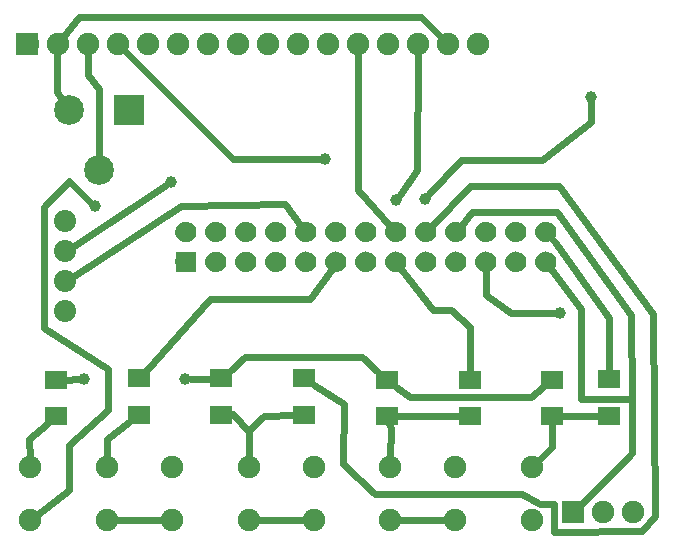
<source format=gbl>
G04 MADE WITH FRITZING*
G04 WWW.FRITZING.ORG*
G04 DOUBLE SIDED*
G04 HOLES PLATED*
G04 CONTOUR ON CENTER OF CONTOUR VECTOR*
%ASAXBY*%
%FSLAX23Y23*%
%MOIN*%
%OFA0B0*%
%SFA1.0B1.0*%
%ADD10C,0.075000*%
%ADD11C,0.099000*%
%ADD12C,0.073889*%
%ADD13C,0.070000*%
%ADD14C,0.039370*%
%ADD15R,0.075000X0.075000*%
%ADD16R,0.099000X0.099000*%
%ADD17R,0.074803X0.062992*%
%ADD18R,0.070000X0.070000*%
%ADD19C,0.024000*%
%ADD20R,0.001000X0.001000*%
%LNCOPPER0*%
G90*
G70*
G54D10*
X148Y1741D03*
X248Y1741D03*
X348Y1741D03*
X448Y1741D03*
X548Y1741D03*
X648Y1741D03*
X748Y1741D03*
X848Y1741D03*
X948Y1741D03*
X1048Y1741D03*
X1148Y1741D03*
X1248Y1741D03*
X1348Y1741D03*
X1448Y1741D03*
X1548Y1741D03*
X1648Y1741D03*
G54D11*
X287Y1520D03*
X487Y1520D03*
X387Y1320D03*
G54D10*
X156Y331D03*
X412Y331D03*
X156Y154D03*
X412Y154D03*
X629Y331D03*
X885Y331D03*
X629Y154D03*
X885Y154D03*
X2167Y182D03*
X2067Y182D03*
X1967Y182D03*
X1101Y331D03*
X1357Y331D03*
X1101Y154D03*
X1357Y154D03*
X1574Y331D03*
X1830Y331D03*
X1574Y154D03*
X1830Y154D03*
G54D12*
X273Y851D03*
X273Y951D03*
X273Y1051D03*
X273Y1151D03*
G54D13*
X876Y1013D03*
X976Y1013D03*
X1076Y1013D03*
X1376Y1013D03*
X1476Y1013D03*
X1576Y1013D03*
X1176Y1013D03*
X1276Y1013D03*
X1776Y1013D03*
X1876Y1013D03*
X1676Y1013D03*
X876Y1113D03*
X976Y1113D03*
X1076Y1113D03*
X1376Y1113D03*
X1476Y1113D03*
X1576Y1113D03*
X1176Y1113D03*
X1276Y1113D03*
X1776Y1113D03*
X1876Y1113D03*
X1676Y1113D03*
X676Y1113D03*
X776Y1113D03*
X676Y1013D03*
X776Y1013D03*
G54D14*
X337Y623D03*
X672Y623D03*
X1924Y843D03*
X625Y1280D03*
X1377Y1221D03*
X1471Y1225D03*
X2026Y1564D03*
X1138Y1358D03*
X371Y1201D03*
G54D15*
X147Y1741D03*
G54D16*
X487Y1520D03*
G54D17*
X518Y504D03*
X518Y626D03*
X1621Y500D03*
X1621Y622D03*
X2085Y501D03*
X2085Y623D03*
X1345Y622D03*
X1345Y500D03*
X243Y622D03*
X243Y500D03*
X1896Y622D03*
X1896Y500D03*
X794Y504D03*
X794Y626D03*
X1069Y504D03*
X1069Y626D03*
G54D15*
X1967Y182D03*
G54D18*
X676Y1013D03*
G54D19*
X1891Y992D02*
X1991Y859D01*
D02*
X1991Y859D02*
X1994Y559D01*
D02*
X1994Y559D02*
X2164Y559D01*
D02*
X2164Y559D02*
X2164Y379D01*
D02*
X2164Y379D02*
X1988Y202D01*
D02*
X1592Y1134D02*
X1629Y1181D01*
D02*
X1629Y1181D02*
X1913Y1182D01*
D02*
X1913Y1182D02*
X2160Y839D01*
D02*
X269Y1546D02*
X246Y1580D01*
D02*
X1528Y1761D02*
X1460Y1831D01*
D02*
X319Y1831D02*
X265Y1763D01*
D02*
X1460Y1831D02*
X319Y1831D01*
D02*
X1826Y564D02*
X1424Y564D01*
D02*
X1424Y564D02*
X1377Y599D01*
D02*
X1865Y596D02*
X1826Y564D01*
D02*
X2160Y839D02*
X2164Y559D01*
D02*
X318Y623D02*
X274Y622D01*
D02*
X762Y625D02*
X691Y623D01*
D02*
X1262Y698D02*
X1317Y648D01*
D02*
X872Y696D02*
X1262Y698D01*
D02*
X823Y652D02*
X872Y696D01*
D02*
X755Y891D02*
X1090Y891D01*
D02*
X1090Y891D02*
X1161Y992D01*
D02*
X541Y652D02*
X755Y891D01*
D02*
X1358Y1132D02*
X1248Y1253D01*
D02*
X2086Y828D02*
X1906Y1082D01*
D02*
X2086Y649D02*
X2086Y828D01*
D02*
X1906Y1082D02*
X1894Y1094D01*
D02*
X212Y474D02*
X153Y423D01*
D02*
X486Y480D02*
X412Y425D01*
D02*
X1354Y474D02*
X1358Y462D01*
D02*
X1358Y462D02*
X1357Y360D01*
D02*
X1589Y500D02*
X1377Y500D01*
D02*
X1896Y474D02*
X1896Y398D01*
D02*
X2054Y501D02*
X1928Y500D01*
D02*
X1558Y855D02*
X1498Y855D01*
D02*
X1498Y855D02*
X1392Y992D01*
D02*
X1621Y796D02*
X1558Y855D01*
D02*
X1621Y648D02*
X1621Y796D01*
D02*
X348Y1712D02*
X350Y1638D01*
D02*
X385Y1591D02*
X387Y1352D01*
D02*
X1677Y903D02*
X1676Y987D01*
D02*
X1759Y843D02*
X1677Y903D01*
D02*
X1905Y843D02*
X1759Y843D01*
D02*
X302Y969D02*
X659Y1200D01*
D02*
X659Y1200D02*
X1006Y1206D01*
D02*
X1006Y1206D02*
X1060Y1134D01*
D02*
X302Y1069D02*
X609Y1270D01*
D02*
X1101Y605D02*
X1201Y541D01*
D02*
X1201Y541D02*
X1199Y341D01*
D02*
X1307Y240D02*
X1795Y240D01*
D02*
X1199Y341D02*
X1307Y240D01*
D02*
X1795Y240D02*
X1855Y209D01*
D02*
X1855Y209D02*
X1903Y209D01*
D02*
X1903Y209D02*
X1903Y113D01*
D02*
X1903Y113D02*
X2195Y118D01*
D02*
X2195Y118D02*
X2240Y167D01*
D02*
X2240Y167D02*
X2234Y841D01*
D02*
X1920Y1268D02*
X1621Y1268D01*
D02*
X1621Y1268D02*
X1493Y1132D01*
D02*
X1448Y1712D02*
X1447Y1320D01*
D02*
X1386Y154D02*
X1545Y154D01*
D02*
X885Y449D02*
X833Y506D01*
D02*
X885Y360D02*
X885Y449D01*
D02*
X885Y360D02*
X885Y453D01*
D02*
X885Y453D02*
X935Y501D01*
D02*
X1248Y1253D02*
X1248Y1712D01*
D02*
X246Y1580D02*
X247Y1712D01*
D02*
X350Y1638D02*
X385Y1591D01*
D02*
X1896Y398D02*
X1850Y352D01*
D02*
X412Y425D02*
X412Y360D01*
D02*
X2026Y1545D02*
X2026Y1480D01*
D02*
X1593Y1355D02*
X1484Y1239D01*
D02*
X1447Y1320D02*
X1388Y1237D01*
D02*
X833Y1356D02*
X468Y1721D01*
D02*
X1119Y1357D02*
X833Y1356D01*
D02*
X1861Y1354D02*
X1593Y1355D01*
D02*
X2026Y1480D02*
X1861Y1354D01*
D02*
X935Y501D02*
X1038Y503D01*
D02*
X833Y506D02*
X826Y505D01*
D02*
X153Y423D02*
X155Y360D01*
D02*
X2234Y841D02*
X1920Y1268D01*
D02*
X416Y521D02*
X416Y658D01*
D02*
X203Y1198D02*
X286Y1285D01*
D02*
X203Y795D02*
X203Y1198D01*
D02*
X179Y172D02*
X286Y253D01*
D02*
X286Y253D02*
X286Y405D01*
D02*
X416Y658D02*
X203Y795D01*
D02*
X286Y1285D02*
X357Y1214D01*
D02*
X286Y405D02*
X416Y521D01*
D02*
X441Y154D02*
X600Y154D01*
D02*
X913Y154D02*
X1073Y154D01*
G54D20*
X668Y1148D02*
X682Y1148D01*
X768Y1148D02*
X782Y1148D01*
X868Y1148D02*
X882Y1148D01*
X968Y1148D02*
X982Y1148D01*
X1068Y1148D02*
X1082Y1148D01*
X1168Y1148D02*
X1182Y1148D01*
X1268Y1148D02*
X1282Y1148D01*
X1368Y1148D02*
X1382Y1148D01*
X1468Y1148D02*
X1482Y1148D01*
X1568Y1148D02*
X1582Y1148D01*
X1668Y1148D02*
X1682Y1148D01*
X1768Y1148D02*
X1782Y1148D01*
X1868Y1148D02*
X1882Y1148D01*
X665Y1147D02*
X685Y1147D01*
X765Y1147D02*
X785Y1147D01*
X865Y1147D02*
X885Y1147D01*
X965Y1147D02*
X985Y1147D01*
X1065Y1147D02*
X1085Y1147D01*
X1165Y1147D02*
X1185Y1147D01*
X1265Y1147D02*
X1285Y1147D01*
X1364Y1147D02*
X1385Y1147D01*
X1464Y1147D02*
X1485Y1147D01*
X1564Y1147D02*
X1585Y1147D01*
X1664Y1147D02*
X1685Y1147D01*
X1764Y1147D02*
X1785Y1147D01*
X1864Y1147D02*
X1885Y1147D01*
X662Y1146D02*
X687Y1146D01*
X762Y1146D02*
X787Y1146D01*
X862Y1146D02*
X887Y1146D01*
X962Y1146D02*
X987Y1146D01*
X1062Y1146D02*
X1087Y1146D01*
X1162Y1146D02*
X1187Y1146D01*
X1262Y1146D02*
X1287Y1146D01*
X1362Y1146D02*
X1387Y1146D01*
X1462Y1146D02*
X1487Y1146D01*
X1562Y1146D02*
X1587Y1146D01*
X1662Y1146D02*
X1687Y1146D01*
X1762Y1146D02*
X1787Y1146D01*
X1862Y1146D02*
X1887Y1146D01*
X660Y1145D02*
X689Y1145D01*
X760Y1145D02*
X789Y1145D01*
X860Y1145D02*
X889Y1145D01*
X960Y1145D02*
X989Y1145D01*
X1060Y1145D02*
X1089Y1145D01*
X1160Y1145D02*
X1189Y1145D01*
X1260Y1145D02*
X1289Y1145D01*
X1360Y1145D02*
X1389Y1145D01*
X1460Y1145D02*
X1489Y1145D01*
X1560Y1145D02*
X1589Y1145D01*
X1660Y1145D02*
X1689Y1145D01*
X1760Y1145D02*
X1789Y1145D01*
X1860Y1145D02*
X1889Y1145D01*
X659Y1144D02*
X691Y1144D01*
X758Y1144D02*
X791Y1144D01*
X858Y1144D02*
X891Y1144D01*
X958Y1144D02*
X991Y1144D01*
X1058Y1144D02*
X1091Y1144D01*
X1158Y1144D02*
X1191Y1144D01*
X1258Y1144D02*
X1291Y1144D01*
X1358Y1144D02*
X1391Y1144D01*
X1458Y1144D02*
X1491Y1144D01*
X1558Y1144D02*
X1591Y1144D01*
X1658Y1144D02*
X1691Y1144D01*
X1758Y1144D02*
X1791Y1144D01*
X1858Y1144D02*
X1891Y1144D01*
X657Y1143D02*
X693Y1143D01*
X757Y1143D02*
X793Y1143D01*
X857Y1143D02*
X893Y1143D01*
X957Y1143D02*
X993Y1143D01*
X1057Y1143D02*
X1093Y1143D01*
X1157Y1143D02*
X1193Y1143D01*
X1257Y1143D02*
X1293Y1143D01*
X1357Y1143D02*
X1393Y1143D01*
X1457Y1143D02*
X1493Y1143D01*
X1557Y1143D02*
X1593Y1143D01*
X1657Y1143D02*
X1693Y1143D01*
X1757Y1143D02*
X1793Y1143D01*
X1857Y1143D02*
X1892Y1143D01*
X656Y1142D02*
X694Y1142D01*
X756Y1142D02*
X794Y1142D01*
X855Y1142D02*
X894Y1142D01*
X955Y1142D02*
X994Y1142D01*
X1055Y1142D02*
X1094Y1142D01*
X1155Y1142D02*
X1194Y1142D01*
X1255Y1142D02*
X1294Y1142D01*
X1355Y1142D02*
X1394Y1142D01*
X1455Y1142D02*
X1494Y1142D01*
X1555Y1142D02*
X1594Y1142D01*
X1655Y1142D02*
X1694Y1142D01*
X1755Y1142D02*
X1794Y1142D01*
X1855Y1142D02*
X1894Y1142D01*
X654Y1141D02*
X695Y1141D01*
X754Y1141D02*
X795Y1141D01*
X854Y1141D02*
X895Y1141D01*
X954Y1141D02*
X995Y1141D01*
X1054Y1141D02*
X1095Y1141D01*
X1154Y1141D02*
X1195Y1141D01*
X1254Y1141D02*
X1295Y1141D01*
X1354Y1141D02*
X1395Y1141D01*
X1454Y1141D02*
X1495Y1141D01*
X1554Y1141D02*
X1595Y1141D01*
X1654Y1141D02*
X1695Y1141D01*
X1754Y1141D02*
X1795Y1141D01*
X1854Y1141D02*
X1895Y1141D01*
X653Y1140D02*
X697Y1140D01*
X753Y1140D02*
X797Y1140D01*
X853Y1140D02*
X897Y1140D01*
X953Y1140D02*
X997Y1140D01*
X1053Y1140D02*
X1097Y1140D01*
X1153Y1140D02*
X1197Y1140D01*
X1253Y1140D02*
X1297Y1140D01*
X1353Y1140D02*
X1397Y1140D01*
X1453Y1140D02*
X1496Y1140D01*
X1553Y1140D02*
X1596Y1140D01*
X1653Y1140D02*
X1696Y1140D01*
X1753Y1140D02*
X1796Y1140D01*
X1853Y1140D02*
X1896Y1140D01*
X652Y1139D02*
X698Y1139D01*
X752Y1139D02*
X798Y1139D01*
X852Y1139D02*
X898Y1139D01*
X952Y1139D02*
X998Y1139D01*
X1052Y1139D02*
X1098Y1139D01*
X1152Y1139D02*
X1198Y1139D01*
X1252Y1139D02*
X1298Y1139D01*
X1352Y1139D02*
X1398Y1139D01*
X1452Y1139D02*
X1498Y1139D01*
X1552Y1139D02*
X1598Y1139D01*
X1652Y1139D02*
X1698Y1139D01*
X1752Y1139D02*
X1797Y1139D01*
X1852Y1139D02*
X1897Y1139D01*
X651Y1138D02*
X699Y1138D01*
X751Y1138D02*
X799Y1138D01*
X851Y1138D02*
X899Y1138D01*
X951Y1138D02*
X999Y1138D01*
X1051Y1138D02*
X1099Y1138D01*
X1151Y1138D02*
X1199Y1138D01*
X1251Y1138D02*
X1299Y1138D01*
X1351Y1138D02*
X1399Y1138D01*
X1451Y1138D02*
X1499Y1138D01*
X1551Y1138D02*
X1599Y1138D01*
X1651Y1138D02*
X1699Y1138D01*
X1751Y1138D02*
X1799Y1138D01*
X1851Y1138D02*
X1898Y1138D01*
X650Y1137D02*
X700Y1137D01*
X750Y1137D02*
X800Y1137D01*
X850Y1137D02*
X900Y1137D01*
X950Y1137D02*
X1000Y1137D01*
X1050Y1137D02*
X1100Y1137D01*
X1150Y1137D02*
X1200Y1137D01*
X1250Y1137D02*
X1300Y1137D01*
X1350Y1137D02*
X1400Y1137D01*
X1450Y1137D02*
X1500Y1137D01*
X1550Y1137D02*
X1600Y1137D01*
X1650Y1137D02*
X1699Y1137D01*
X1750Y1137D02*
X1799Y1137D01*
X1850Y1137D02*
X1899Y1137D01*
X649Y1136D02*
X701Y1136D01*
X749Y1136D02*
X801Y1136D01*
X849Y1136D02*
X901Y1136D01*
X949Y1136D02*
X1001Y1136D01*
X1049Y1136D02*
X1101Y1136D01*
X1149Y1136D02*
X1201Y1136D01*
X1249Y1136D02*
X1300Y1136D01*
X1349Y1136D02*
X1400Y1136D01*
X1449Y1136D02*
X1500Y1136D01*
X1549Y1136D02*
X1600Y1136D01*
X1649Y1136D02*
X1700Y1136D01*
X1749Y1136D02*
X1800Y1136D01*
X1849Y1136D02*
X1900Y1136D01*
X648Y1135D02*
X701Y1135D01*
X748Y1135D02*
X801Y1135D01*
X848Y1135D02*
X901Y1135D01*
X948Y1135D02*
X1001Y1135D01*
X1048Y1135D02*
X1101Y1135D01*
X1148Y1135D02*
X1201Y1135D01*
X1248Y1135D02*
X1301Y1135D01*
X1348Y1135D02*
X1401Y1135D01*
X1448Y1135D02*
X1501Y1135D01*
X1548Y1135D02*
X1601Y1135D01*
X1648Y1135D02*
X1701Y1135D01*
X1748Y1135D02*
X1801Y1135D01*
X1848Y1135D02*
X1901Y1135D01*
X647Y1134D02*
X702Y1134D01*
X747Y1134D02*
X802Y1134D01*
X847Y1134D02*
X902Y1134D01*
X947Y1134D02*
X1002Y1134D01*
X1047Y1134D02*
X1102Y1134D01*
X1147Y1134D02*
X1202Y1134D01*
X1247Y1134D02*
X1302Y1134D01*
X1347Y1134D02*
X1402Y1134D01*
X1447Y1134D02*
X1502Y1134D01*
X1547Y1134D02*
X1602Y1134D01*
X1647Y1134D02*
X1702Y1134D01*
X1747Y1134D02*
X1802Y1134D01*
X1847Y1134D02*
X1902Y1134D01*
X647Y1133D02*
X703Y1133D01*
X747Y1133D02*
X803Y1133D01*
X847Y1133D02*
X903Y1133D01*
X947Y1133D02*
X1003Y1133D01*
X1047Y1133D02*
X1103Y1133D01*
X1147Y1133D02*
X1203Y1133D01*
X1247Y1133D02*
X1303Y1133D01*
X1347Y1133D02*
X1403Y1133D01*
X1447Y1133D02*
X1503Y1133D01*
X1547Y1133D02*
X1603Y1133D01*
X1646Y1133D02*
X1703Y1133D01*
X1746Y1133D02*
X1803Y1133D01*
X1846Y1133D02*
X1903Y1133D01*
X646Y1132D02*
X704Y1132D01*
X746Y1132D02*
X804Y1132D01*
X846Y1132D02*
X904Y1132D01*
X946Y1132D02*
X1004Y1132D01*
X1046Y1132D02*
X1104Y1132D01*
X1146Y1132D02*
X1204Y1132D01*
X1246Y1132D02*
X1304Y1132D01*
X1346Y1132D02*
X1403Y1132D01*
X1446Y1132D02*
X1503Y1132D01*
X1546Y1132D02*
X1603Y1132D01*
X1646Y1132D02*
X1703Y1132D01*
X1746Y1132D02*
X1803Y1132D01*
X1846Y1132D02*
X1903Y1132D01*
X645Y1131D02*
X704Y1131D01*
X745Y1131D02*
X804Y1131D01*
X845Y1131D02*
X904Y1131D01*
X945Y1131D02*
X1004Y1131D01*
X1045Y1131D02*
X1104Y1131D01*
X1145Y1131D02*
X1204Y1131D01*
X1245Y1131D02*
X1304Y1131D01*
X1345Y1131D02*
X1404Y1131D01*
X1445Y1131D02*
X1504Y1131D01*
X1545Y1131D02*
X1604Y1131D01*
X1645Y1131D02*
X1704Y1131D01*
X1745Y1131D02*
X1804Y1131D01*
X1845Y1131D02*
X1904Y1131D01*
X645Y1130D02*
X705Y1130D01*
X745Y1130D02*
X805Y1130D01*
X845Y1130D02*
X905Y1130D01*
X945Y1130D02*
X1005Y1130D01*
X1045Y1130D02*
X1105Y1130D01*
X1145Y1130D02*
X1205Y1130D01*
X1245Y1130D02*
X1305Y1130D01*
X1345Y1130D02*
X1405Y1130D01*
X1445Y1130D02*
X1505Y1130D01*
X1545Y1130D02*
X1605Y1130D01*
X1645Y1130D02*
X1705Y1130D01*
X1745Y1130D02*
X1805Y1130D01*
X1845Y1130D02*
X1905Y1130D01*
X644Y1129D02*
X705Y1129D01*
X744Y1129D02*
X805Y1129D01*
X844Y1129D02*
X905Y1129D01*
X944Y1129D02*
X1005Y1129D01*
X1044Y1129D02*
X1105Y1129D01*
X1144Y1129D02*
X1205Y1129D01*
X1244Y1129D02*
X1305Y1129D01*
X1344Y1129D02*
X1405Y1129D01*
X1444Y1129D02*
X1505Y1129D01*
X1544Y1129D02*
X1605Y1129D01*
X1644Y1129D02*
X1705Y1129D01*
X1744Y1129D02*
X1805Y1129D01*
X1844Y1129D02*
X1905Y1129D01*
X644Y1128D02*
X668Y1128D01*
X682Y1128D02*
X706Y1128D01*
X744Y1128D02*
X768Y1128D01*
X782Y1128D02*
X806Y1128D01*
X844Y1128D02*
X868Y1128D01*
X882Y1128D02*
X906Y1128D01*
X944Y1128D02*
X968Y1128D01*
X982Y1128D02*
X1006Y1128D01*
X1044Y1128D02*
X1068Y1128D01*
X1082Y1128D02*
X1106Y1128D01*
X1144Y1128D02*
X1168Y1128D01*
X1182Y1128D02*
X1206Y1128D01*
X1244Y1128D02*
X1268Y1128D01*
X1282Y1128D02*
X1306Y1128D01*
X1344Y1128D02*
X1368Y1128D01*
X1382Y1128D02*
X1406Y1128D01*
X1444Y1128D02*
X1468Y1128D01*
X1482Y1128D02*
X1506Y1128D01*
X1544Y1128D02*
X1568Y1128D01*
X1582Y1128D02*
X1606Y1128D01*
X1644Y1128D02*
X1668Y1128D01*
X1681Y1128D02*
X1706Y1128D01*
X1743Y1128D02*
X1768Y1128D01*
X1781Y1128D02*
X1806Y1128D01*
X1843Y1128D02*
X1868Y1128D01*
X1881Y1128D02*
X1906Y1128D01*
X643Y1127D02*
X666Y1127D01*
X684Y1127D02*
X706Y1127D01*
X743Y1127D02*
X766Y1127D01*
X784Y1127D02*
X806Y1127D01*
X843Y1127D02*
X866Y1127D01*
X884Y1127D02*
X906Y1127D01*
X943Y1127D02*
X966Y1127D01*
X984Y1127D02*
X1006Y1127D01*
X1043Y1127D02*
X1066Y1127D01*
X1084Y1127D02*
X1106Y1127D01*
X1143Y1127D02*
X1166Y1127D01*
X1184Y1127D02*
X1206Y1127D01*
X1243Y1127D02*
X1266Y1127D01*
X1284Y1127D02*
X1306Y1127D01*
X1343Y1127D02*
X1366Y1127D01*
X1384Y1127D02*
X1406Y1127D01*
X1443Y1127D02*
X1466Y1127D01*
X1484Y1127D02*
X1506Y1127D01*
X1543Y1127D02*
X1566Y1127D01*
X1584Y1127D02*
X1606Y1127D01*
X1643Y1127D02*
X1666Y1127D01*
X1684Y1127D02*
X1706Y1127D01*
X1743Y1127D02*
X1765Y1127D01*
X1784Y1127D02*
X1806Y1127D01*
X1843Y1127D02*
X1865Y1127D01*
X1884Y1127D02*
X1906Y1127D01*
X643Y1126D02*
X664Y1126D01*
X685Y1126D02*
X707Y1126D01*
X743Y1126D02*
X764Y1126D01*
X785Y1126D02*
X807Y1126D01*
X843Y1126D02*
X864Y1126D01*
X885Y1126D02*
X907Y1126D01*
X943Y1126D02*
X964Y1126D01*
X985Y1126D02*
X1007Y1126D01*
X1043Y1126D02*
X1064Y1126D01*
X1085Y1126D02*
X1107Y1126D01*
X1143Y1126D02*
X1164Y1126D01*
X1185Y1126D02*
X1207Y1126D01*
X1243Y1126D02*
X1264Y1126D01*
X1285Y1126D02*
X1307Y1126D01*
X1343Y1126D02*
X1364Y1126D01*
X1385Y1126D02*
X1407Y1126D01*
X1443Y1126D02*
X1464Y1126D01*
X1485Y1126D02*
X1507Y1126D01*
X1543Y1126D02*
X1564Y1126D01*
X1585Y1126D02*
X1607Y1126D01*
X1643Y1126D02*
X1664Y1126D01*
X1685Y1126D02*
X1707Y1126D01*
X1743Y1126D02*
X1764Y1126D01*
X1785Y1126D02*
X1807Y1126D01*
X1843Y1126D02*
X1864Y1126D01*
X1885Y1126D02*
X1907Y1126D01*
X642Y1125D02*
X663Y1125D01*
X687Y1125D02*
X707Y1125D01*
X742Y1125D02*
X763Y1125D01*
X787Y1125D02*
X807Y1125D01*
X842Y1125D02*
X863Y1125D01*
X887Y1125D02*
X907Y1125D01*
X942Y1125D02*
X963Y1125D01*
X986Y1125D02*
X1007Y1125D01*
X1042Y1125D02*
X1063Y1125D01*
X1086Y1125D02*
X1107Y1125D01*
X1142Y1125D02*
X1163Y1125D01*
X1186Y1125D02*
X1207Y1125D01*
X1242Y1125D02*
X1263Y1125D01*
X1286Y1125D02*
X1307Y1125D01*
X1342Y1125D02*
X1363Y1125D01*
X1386Y1125D02*
X1407Y1125D01*
X1442Y1125D02*
X1463Y1125D01*
X1486Y1125D02*
X1507Y1125D01*
X1542Y1125D02*
X1563Y1125D01*
X1586Y1125D02*
X1607Y1125D01*
X1642Y1125D02*
X1663Y1125D01*
X1686Y1125D02*
X1707Y1125D01*
X1742Y1125D02*
X1763Y1125D01*
X1786Y1125D02*
X1807Y1125D01*
X1842Y1125D02*
X1863Y1125D01*
X1886Y1125D02*
X1907Y1125D01*
X642Y1124D02*
X662Y1124D01*
X687Y1124D02*
X708Y1124D01*
X742Y1124D02*
X762Y1124D01*
X787Y1124D02*
X808Y1124D01*
X842Y1124D02*
X862Y1124D01*
X887Y1124D02*
X908Y1124D01*
X942Y1124D02*
X962Y1124D01*
X987Y1124D02*
X1008Y1124D01*
X1042Y1124D02*
X1062Y1124D01*
X1087Y1124D02*
X1108Y1124D01*
X1142Y1124D02*
X1162Y1124D01*
X1187Y1124D02*
X1207Y1124D01*
X1242Y1124D02*
X1262Y1124D01*
X1287Y1124D02*
X1307Y1124D01*
X1342Y1124D02*
X1362Y1124D01*
X1387Y1124D02*
X1407Y1124D01*
X1442Y1124D02*
X1462Y1124D01*
X1487Y1124D02*
X1507Y1124D01*
X1542Y1124D02*
X1562Y1124D01*
X1587Y1124D02*
X1607Y1124D01*
X1642Y1124D02*
X1662Y1124D01*
X1687Y1124D02*
X1707Y1124D01*
X1742Y1124D02*
X1762Y1124D01*
X1787Y1124D02*
X1807Y1124D01*
X1842Y1124D02*
X1862Y1124D01*
X1887Y1124D02*
X1907Y1124D01*
X642Y1123D02*
X662Y1123D01*
X688Y1123D02*
X708Y1123D01*
X742Y1123D02*
X762Y1123D01*
X788Y1123D02*
X808Y1123D01*
X842Y1123D02*
X862Y1123D01*
X888Y1123D02*
X908Y1123D01*
X942Y1123D02*
X962Y1123D01*
X988Y1123D02*
X1008Y1123D01*
X1042Y1123D02*
X1061Y1123D01*
X1088Y1123D02*
X1108Y1123D01*
X1142Y1123D02*
X1161Y1123D01*
X1188Y1123D02*
X1208Y1123D01*
X1242Y1123D02*
X1261Y1123D01*
X1288Y1123D02*
X1308Y1123D01*
X1342Y1123D02*
X1361Y1123D01*
X1388Y1123D02*
X1408Y1123D01*
X1442Y1123D02*
X1461Y1123D01*
X1488Y1123D02*
X1508Y1123D01*
X1542Y1123D02*
X1561Y1123D01*
X1588Y1123D02*
X1608Y1123D01*
X1642Y1123D02*
X1661Y1123D01*
X1688Y1123D02*
X1708Y1123D01*
X1741Y1123D02*
X1761Y1123D01*
X1788Y1123D02*
X1808Y1123D01*
X1841Y1123D02*
X1861Y1123D01*
X1888Y1123D02*
X1908Y1123D01*
X642Y1122D02*
X661Y1122D01*
X689Y1122D02*
X708Y1122D01*
X741Y1122D02*
X761Y1122D01*
X789Y1122D02*
X808Y1122D01*
X841Y1122D02*
X861Y1122D01*
X889Y1122D02*
X908Y1122D01*
X941Y1122D02*
X961Y1122D01*
X989Y1122D02*
X1008Y1122D01*
X1041Y1122D02*
X1061Y1122D01*
X1089Y1122D02*
X1108Y1122D01*
X1141Y1122D02*
X1161Y1122D01*
X1189Y1122D02*
X1208Y1122D01*
X1241Y1122D02*
X1261Y1122D01*
X1289Y1122D02*
X1308Y1122D01*
X1341Y1122D02*
X1361Y1122D01*
X1389Y1122D02*
X1408Y1122D01*
X1441Y1122D02*
X1461Y1122D01*
X1488Y1122D02*
X1508Y1122D01*
X1541Y1122D02*
X1561Y1122D01*
X1588Y1122D02*
X1608Y1122D01*
X1641Y1122D02*
X1661Y1122D01*
X1688Y1122D02*
X1708Y1122D01*
X1741Y1122D02*
X1761Y1122D01*
X1788Y1122D02*
X1808Y1122D01*
X1841Y1122D02*
X1861Y1122D01*
X1888Y1122D02*
X1908Y1122D01*
X641Y1121D02*
X661Y1121D01*
X689Y1121D02*
X709Y1121D01*
X741Y1121D02*
X761Y1121D01*
X789Y1121D02*
X808Y1121D01*
X841Y1121D02*
X861Y1121D01*
X889Y1121D02*
X908Y1121D01*
X941Y1121D02*
X961Y1121D01*
X989Y1121D02*
X1008Y1121D01*
X1041Y1121D02*
X1060Y1121D01*
X1089Y1121D02*
X1108Y1121D01*
X1141Y1121D02*
X1160Y1121D01*
X1189Y1121D02*
X1208Y1121D01*
X1241Y1121D02*
X1260Y1121D01*
X1289Y1121D02*
X1308Y1121D01*
X1341Y1121D02*
X1360Y1121D01*
X1389Y1121D02*
X1408Y1121D01*
X1441Y1121D02*
X1460Y1121D01*
X1489Y1121D02*
X1508Y1121D01*
X1541Y1121D02*
X1560Y1121D01*
X1589Y1121D02*
X1608Y1121D01*
X1641Y1121D02*
X1660Y1121D01*
X1689Y1121D02*
X1708Y1121D01*
X1741Y1121D02*
X1760Y1121D01*
X1789Y1121D02*
X1808Y1121D01*
X1841Y1121D02*
X1860Y1121D01*
X1889Y1121D02*
X1908Y1121D01*
X641Y1120D02*
X660Y1120D01*
X690Y1120D02*
X709Y1120D01*
X741Y1120D02*
X760Y1120D01*
X789Y1120D02*
X809Y1120D01*
X841Y1120D02*
X860Y1120D01*
X889Y1120D02*
X909Y1120D01*
X941Y1120D02*
X960Y1120D01*
X989Y1120D02*
X1009Y1120D01*
X1041Y1120D02*
X1060Y1120D01*
X1089Y1120D02*
X1109Y1120D01*
X1141Y1120D02*
X1160Y1120D01*
X1189Y1120D02*
X1209Y1120D01*
X1241Y1120D02*
X1260Y1120D01*
X1289Y1120D02*
X1309Y1120D01*
X1341Y1120D02*
X1360Y1120D01*
X1389Y1120D02*
X1409Y1120D01*
X1441Y1120D02*
X1460Y1120D01*
X1489Y1120D02*
X1509Y1120D01*
X1541Y1120D02*
X1560Y1120D01*
X1589Y1120D02*
X1608Y1120D01*
X1641Y1120D02*
X1660Y1120D01*
X1689Y1120D02*
X1708Y1120D01*
X1741Y1120D02*
X1760Y1120D01*
X1789Y1120D02*
X1808Y1120D01*
X1841Y1120D02*
X1860Y1120D01*
X1889Y1120D02*
X1908Y1120D01*
X641Y1119D02*
X660Y1119D01*
X690Y1119D02*
X709Y1119D01*
X741Y1119D02*
X760Y1119D01*
X790Y1119D02*
X809Y1119D01*
X841Y1119D02*
X860Y1119D01*
X890Y1119D02*
X909Y1119D01*
X941Y1119D02*
X960Y1119D01*
X990Y1119D02*
X1009Y1119D01*
X1041Y1119D02*
X1060Y1119D01*
X1090Y1119D02*
X1109Y1119D01*
X1141Y1119D02*
X1160Y1119D01*
X1190Y1119D02*
X1209Y1119D01*
X1241Y1119D02*
X1260Y1119D01*
X1290Y1119D02*
X1309Y1119D01*
X1341Y1119D02*
X1360Y1119D01*
X1390Y1119D02*
X1409Y1119D01*
X1441Y1119D02*
X1460Y1119D01*
X1490Y1119D02*
X1509Y1119D01*
X1541Y1119D02*
X1560Y1119D01*
X1590Y1119D02*
X1609Y1119D01*
X1641Y1119D02*
X1660Y1119D01*
X1690Y1119D02*
X1709Y1119D01*
X1741Y1119D02*
X1760Y1119D01*
X1789Y1119D02*
X1809Y1119D01*
X1840Y1119D02*
X1860Y1119D01*
X1889Y1119D02*
X1909Y1119D01*
X641Y1118D02*
X660Y1118D01*
X690Y1118D02*
X709Y1118D01*
X741Y1118D02*
X760Y1118D01*
X790Y1118D02*
X809Y1118D01*
X841Y1118D02*
X860Y1118D01*
X890Y1118D02*
X909Y1118D01*
X941Y1118D02*
X960Y1118D01*
X990Y1118D02*
X1009Y1118D01*
X1041Y1118D02*
X1060Y1118D01*
X1090Y1118D02*
X1109Y1118D01*
X1141Y1118D02*
X1160Y1118D01*
X1190Y1118D02*
X1209Y1118D01*
X1241Y1118D02*
X1260Y1118D01*
X1290Y1118D02*
X1309Y1118D01*
X1340Y1118D02*
X1360Y1118D01*
X1390Y1118D02*
X1409Y1118D01*
X1440Y1118D02*
X1460Y1118D01*
X1490Y1118D02*
X1509Y1118D01*
X1540Y1118D02*
X1559Y1118D01*
X1590Y1118D02*
X1609Y1118D01*
X1640Y1118D02*
X1659Y1118D01*
X1690Y1118D02*
X1709Y1118D01*
X1740Y1118D02*
X1759Y1118D01*
X1790Y1118D02*
X1809Y1118D01*
X1840Y1118D02*
X1859Y1118D01*
X1890Y1118D02*
X1909Y1118D01*
X641Y1117D02*
X660Y1117D01*
X690Y1117D02*
X709Y1117D01*
X741Y1117D02*
X760Y1117D01*
X790Y1117D02*
X809Y1117D01*
X841Y1117D02*
X860Y1117D01*
X890Y1117D02*
X909Y1117D01*
X940Y1117D02*
X960Y1117D01*
X990Y1117D02*
X1009Y1117D01*
X1040Y1117D02*
X1059Y1117D01*
X1090Y1117D02*
X1109Y1117D01*
X1140Y1117D02*
X1159Y1117D01*
X1190Y1117D02*
X1209Y1117D01*
X1240Y1117D02*
X1259Y1117D01*
X1290Y1117D02*
X1309Y1117D01*
X1340Y1117D02*
X1359Y1117D01*
X1390Y1117D02*
X1409Y1117D01*
X1440Y1117D02*
X1459Y1117D01*
X1490Y1117D02*
X1509Y1117D01*
X1540Y1117D02*
X1559Y1117D01*
X1590Y1117D02*
X1609Y1117D01*
X1640Y1117D02*
X1659Y1117D01*
X1690Y1117D02*
X1709Y1117D01*
X1740Y1117D02*
X1759Y1117D01*
X1790Y1117D02*
X1809Y1117D01*
X1840Y1117D02*
X1859Y1117D01*
X1890Y1117D02*
X1909Y1117D01*
X640Y1116D02*
X659Y1116D01*
X690Y1116D02*
X709Y1116D01*
X740Y1116D02*
X759Y1116D01*
X790Y1116D02*
X809Y1116D01*
X840Y1116D02*
X859Y1116D01*
X890Y1116D02*
X909Y1116D01*
X940Y1116D02*
X959Y1116D01*
X990Y1116D02*
X1009Y1116D01*
X1040Y1116D02*
X1059Y1116D01*
X1090Y1116D02*
X1109Y1116D01*
X1140Y1116D02*
X1159Y1116D01*
X1190Y1116D02*
X1209Y1116D01*
X1240Y1116D02*
X1259Y1116D01*
X1290Y1116D02*
X1309Y1116D01*
X1340Y1116D02*
X1359Y1116D01*
X1390Y1116D02*
X1409Y1116D01*
X1440Y1116D02*
X1459Y1116D01*
X1490Y1116D02*
X1509Y1116D01*
X1540Y1116D02*
X1559Y1116D01*
X1590Y1116D02*
X1609Y1116D01*
X1640Y1116D02*
X1659Y1116D01*
X1690Y1116D02*
X1709Y1116D01*
X1740Y1116D02*
X1759Y1116D01*
X1790Y1116D02*
X1809Y1116D01*
X1840Y1116D02*
X1859Y1116D01*
X1890Y1116D02*
X1909Y1116D01*
X640Y1115D02*
X659Y1115D01*
X690Y1115D02*
X709Y1115D01*
X740Y1115D02*
X759Y1115D01*
X790Y1115D02*
X809Y1115D01*
X840Y1115D02*
X859Y1115D01*
X890Y1115D02*
X909Y1115D01*
X940Y1115D02*
X959Y1115D01*
X990Y1115D02*
X1009Y1115D01*
X1040Y1115D02*
X1059Y1115D01*
X1090Y1115D02*
X1109Y1115D01*
X1140Y1115D02*
X1159Y1115D01*
X1190Y1115D02*
X1209Y1115D01*
X1240Y1115D02*
X1259Y1115D01*
X1290Y1115D02*
X1309Y1115D01*
X1340Y1115D02*
X1359Y1115D01*
X1390Y1115D02*
X1409Y1115D01*
X1440Y1115D02*
X1459Y1115D01*
X1490Y1115D02*
X1509Y1115D01*
X1540Y1115D02*
X1559Y1115D01*
X1590Y1115D02*
X1609Y1115D01*
X1640Y1115D02*
X1659Y1115D01*
X1690Y1115D02*
X1709Y1115D01*
X1740Y1115D02*
X1759Y1115D01*
X1790Y1115D02*
X1809Y1115D01*
X1840Y1115D02*
X1859Y1115D01*
X1890Y1115D02*
X1909Y1115D01*
X640Y1114D02*
X659Y1114D01*
X690Y1114D02*
X709Y1114D01*
X740Y1114D02*
X759Y1114D01*
X790Y1114D02*
X809Y1114D01*
X840Y1114D02*
X859Y1114D01*
X890Y1114D02*
X909Y1114D01*
X940Y1114D02*
X959Y1114D01*
X990Y1114D02*
X1009Y1114D01*
X1040Y1114D02*
X1059Y1114D01*
X1090Y1114D02*
X1109Y1114D01*
X1140Y1114D02*
X1159Y1114D01*
X1190Y1114D02*
X1209Y1114D01*
X1240Y1114D02*
X1259Y1114D01*
X1290Y1114D02*
X1309Y1114D01*
X1340Y1114D02*
X1359Y1114D01*
X1390Y1114D02*
X1409Y1114D01*
X1440Y1114D02*
X1459Y1114D01*
X1490Y1114D02*
X1509Y1114D01*
X1540Y1114D02*
X1559Y1114D01*
X1590Y1114D02*
X1609Y1114D01*
X1640Y1114D02*
X1659Y1114D01*
X1690Y1114D02*
X1709Y1114D01*
X1740Y1114D02*
X1759Y1114D01*
X1790Y1114D02*
X1809Y1114D01*
X1840Y1114D02*
X1859Y1114D01*
X1890Y1114D02*
X1909Y1114D01*
X640Y1113D02*
X659Y1113D01*
X690Y1113D02*
X709Y1113D01*
X740Y1113D02*
X759Y1113D01*
X790Y1113D02*
X809Y1113D01*
X840Y1113D02*
X859Y1113D01*
X890Y1113D02*
X909Y1113D01*
X940Y1113D02*
X959Y1113D01*
X990Y1113D02*
X1009Y1113D01*
X1040Y1113D02*
X1059Y1113D01*
X1090Y1113D02*
X1109Y1113D01*
X1140Y1113D02*
X1159Y1113D01*
X1190Y1113D02*
X1209Y1113D01*
X1240Y1113D02*
X1259Y1113D01*
X1290Y1113D02*
X1309Y1113D01*
X1340Y1113D02*
X1359Y1113D01*
X1390Y1113D02*
X1409Y1113D01*
X1440Y1113D02*
X1459Y1113D01*
X1490Y1113D02*
X1509Y1113D01*
X1540Y1113D02*
X1559Y1113D01*
X1590Y1113D02*
X1609Y1113D01*
X1640Y1113D02*
X1659Y1113D01*
X1690Y1113D02*
X1709Y1113D01*
X1740Y1113D02*
X1759Y1113D01*
X1790Y1113D02*
X1809Y1113D01*
X1840Y1113D02*
X1859Y1113D01*
X1890Y1113D02*
X1909Y1113D01*
X640Y1112D02*
X659Y1112D01*
X690Y1112D02*
X709Y1112D01*
X740Y1112D02*
X759Y1112D01*
X790Y1112D02*
X809Y1112D01*
X840Y1112D02*
X859Y1112D01*
X890Y1112D02*
X909Y1112D01*
X940Y1112D02*
X959Y1112D01*
X990Y1112D02*
X1009Y1112D01*
X1040Y1112D02*
X1059Y1112D01*
X1090Y1112D02*
X1109Y1112D01*
X1140Y1112D02*
X1159Y1112D01*
X1190Y1112D02*
X1209Y1112D01*
X1240Y1112D02*
X1259Y1112D01*
X1290Y1112D02*
X1309Y1112D01*
X1340Y1112D02*
X1359Y1112D01*
X1390Y1112D02*
X1409Y1112D01*
X1440Y1112D02*
X1459Y1112D01*
X1490Y1112D02*
X1509Y1112D01*
X1540Y1112D02*
X1559Y1112D01*
X1590Y1112D02*
X1609Y1112D01*
X1640Y1112D02*
X1659Y1112D01*
X1690Y1112D02*
X1709Y1112D01*
X1740Y1112D02*
X1759Y1112D01*
X1790Y1112D02*
X1809Y1112D01*
X1840Y1112D02*
X1859Y1112D01*
X1890Y1112D02*
X1909Y1112D01*
X641Y1111D02*
X660Y1111D01*
X690Y1111D02*
X709Y1111D01*
X741Y1111D02*
X760Y1111D01*
X790Y1111D02*
X809Y1111D01*
X841Y1111D02*
X860Y1111D01*
X890Y1111D02*
X909Y1111D01*
X940Y1111D02*
X960Y1111D01*
X990Y1111D02*
X1009Y1111D01*
X1040Y1111D02*
X1059Y1111D01*
X1090Y1111D02*
X1109Y1111D01*
X1140Y1111D02*
X1159Y1111D01*
X1190Y1111D02*
X1209Y1111D01*
X1240Y1111D02*
X1259Y1111D01*
X1290Y1111D02*
X1309Y1111D01*
X1340Y1111D02*
X1359Y1111D01*
X1390Y1111D02*
X1409Y1111D01*
X1440Y1111D02*
X1459Y1111D01*
X1490Y1111D02*
X1509Y1111D01*
X1540Y1111D02*
X1559Y1111D01*
X1590Y1111D02*
X1609Y1111D01*
X1640Y1111D02*
X1659Y1111D01*
X1690Y1111D02*
X1709Y1111D01*
X1740Y1111D02*
X1759Y1111D01*
X1790Y1111D02*
X1809Y1111D01*
X1840Y1111D02*
X1859Y1111D01*
X1890Y1111D02*
X1909Y1111D01*
X641Y1110D02*
X660Y1110D01*
X690Y1110D02*
X709Y1110D01*
X741Y1110D02*
X760Y1110D01*
X790Y1110D02*
X809Y1110D01*
X841Y1110D02*
X860Y1110D01*
X890Y1110D02*
X909Y1110D01*
X941Y1110D02*
X960Y1110D01*
X990Y1110D02*
X1009Y1110D01*
X1041Y1110D02*
X1060Y1110D01*
X1090Y1110D02*
X1109Y1110D01*
X1141Y1110D02*
X1160Y1110D01*
X1190Y1110D02*
X1209Y1110D01*
X1241Y1110D02*
X1260Y1110D01*
X1290Y1110D02*
X1309Y1110D01*
X1340Y1110D02*
X1360Y1110D01*
X1390Y1110D02*
X1409Y1110D01*
X1440Y1110D02*
X1460Y1110D01*
X1490Y1110D02*
X1509Y1110D01*
X1540Y1110D02*
X1559Y1110D01*
X1590Y1110D02*
X1609Y1110D01*
X1640Y1110D02*
X1659Y1110D01*
X1690Y1110D02*
X1709Y1110D01*
X1740Y1110D02*
X1759Y1110D01*
X1790Y1110D02*
X1809Y1110D01*
X1840Y1110D02*
X1859Y1110D01*
X1890Y1110D02*
X1909Y1110D01*
X641Y1109D02*
X660Y1109D01*
X690Y1109D02*
X709Y1109D01*
X741Y1109D02*
X760Y1109D01*
X790Y1109D02*
X809Y1109D01*
X841Y1109D02*
X860Y1109D01*
X890Y1109D02*
X909Y1109D01*
X941Y1109D02*
X960Y1109D01*
X990Y1109D02*
X1009Y1109D01*
X1041Y1109D02*
X1060Y1109D01*
X1090Y1109D02*
X1109Y1109D01*
X1141Y1109D02*
X1160Y1109D01*
X1190Y1109D02*
X1209Y1109D01*
X1241Y1109D02*
X1260Y1109D01*
X1290Y1109D02*
X1309Y1109D01*
X1341Y1109D02*
X1360Y1109D01*
X1390Y1109D02*
X1409Y1109D01*
X1441Y1109D02*
X1460Y1109D01*
X1490Y1109D02*
X1509Y1109D01*
X1541Y1109D02*
X1560Y1109D01*
X1590Y1109D02*
X1609Y1109D01*
X1641Y1109D02*
X1660Y1109D01*
X1690Y1109D02*
X1709Y1109D01*
X1741Y1109D02*
X1760Y1109D01*
X1789Y1109D02*
X1809Y1109D01*
X1840Y1109D02*
X1860Y1109D01*
X1889Y1109D02*
X1909Y1109D01*
X641Y1108D02*
X660Y1108D01*
X690Y1108D02*
X709Y1108D01*
X741Y1108D02*
X760Y1108D01*
X789Y1108D02*
X809Y1108D01*
X841Y1108D02*
X860Y1108D01*
X889Y1108D02*
X909Y1108D01*
X941Y1108D02*
X960Y1108D01*
X989Y1108D02*
X1009Y1108D01*
X1041Y1108D02*
X1060Y1108D01*
X1089Y1108D02*
X1109Y1108D01*
X1141Y1108D02*
X1160Y1108D01*
X1189Y1108D02*
X1209Y1108D01*
X1241Y1108D02*
X1260Y1108D01*
X1289Y1108D02*
X1309Y1108D01*
X1341Y1108D02*
X1360Y1108D01*
X1389Y1108D02*
X1409Y1108D01*
X1441Y1108D02*
X1460Y1108D01*
X1489Y1108D02*
X1509Y1108D01*
X1541Y1108D02*
X1560Y1108D01*
X1589Y1108D02*
X1608Y1108D01*
X1641Y1108D02*
X1660Y1108D01*
X1689Y1108D02*
X1708Y1108D01*
X1741Y1108D02*
X1760Y1108D01*
X1789Y1108D02*
X1808Y1108D01*
X1841Y1108D02*
X1860Y1108D01*
X1889Y1108D02*
X1908Y1108D01*
X641Y1107D02*
X661Y1107D01*
X689Y1107D02*
X709Y1107D01*
X741Y1107D02*
X761Y1107D01*
X789Y1107D02*
X808Y1107D01*
X841Y1107D02*
X861Y1107D01*
X889Y1107D02*
X908Y1107D01*
X941Y1107D02*
X961Y1107D01*
X989Y1107D02*
X1008Y1107D01*
X1041Y1107D02*
X1060Y1107D01*
X1089Y1107D02*
X1108Y1107D01*
X1141Y1107D02*
X1160Y1107D01*
X1189Y1107D02*
X1208Y1107D01*
X1241Y1107D02*
X1260Y1107D01*
X1289Y1107D02*
X1308Y1107D01*
X1341Y1107D02*
X1360Y1107D01*
X1389Y1107D02*
X1408Y1107D01*
X1441Y1107D02*
X1460Y1107D01*
X1489Y1107D02*
X1508Y1107D01*
X1541Y1107D02*
X1560Y1107D01*
X1589Y1107D02*
X1608Y1107D01*
X1641Y1107D02*
X1660Y1107D01*
X1689Y1107D02*
X1708Y1107D01*
X1741Y1107D02*
X1760Y1107D01*
X1789Y1107D02*
X1808Y1107D01*
X1841Y1107D02*
X1860Y1107D01*
X1889Y1107D02*
X1908Y1107D01*
X641Y1106D02*
X661Y1106D01*
X689Y1106D02*
X708Y1106D01*
X741Y1106D02*
X761Y1106D01*
X789Y1106D02*
X808Y1106D01*
X841Y1106D02*
X861Y1106D01*
X889Y1106D02*
X908Y1106D01*
X941Y1106D02*
X961Y1106D01*
X989Y1106D02*
X1008Y1106D01*
X1041Y1106D02*
X1061Y1106D01*
X1089Y1106D02*
X1108Y1106D01*
X1141Y1106D02*
X1161Y1106D01*
X1189Y1106D02*
X1208Y1106D01*
X1241Y1106D02*
X1261Y1106D01*
X1289Y1106D02*
X1308Y1106D01*
X1341Y1106D02*
X1361Y1106D01*
X1389Y1106D02*
X1408Y1106D01*
X1441Y1106D02*
X1461Y1106D01*
X1488Y1106D02*
X1508Y1106D01*
X1541Y1106D02*
X1561Y1106D01*
X1588Y1106D02*
X1608Y1106D01*
X1641Y1106D02*
X1661Y1106D01*
X1688Y1106D02*
X1708Y1106D01*
X1741Y1106D02*
X1761Y1106D01*
X1788Y1106D02*
X1808Y1106D01*
X1841Y1106D02*
X1861Y1106D01*
X1888Y1106D02*
X1908Y1106D01*
X642Y1105D02*
X662Y1105D01*
X688Y1105D02*
X708Y1105D01*
X742Y1105D02*
X762Y1105D01*
X788Y1105D02*
X808Y1105D01*
X842Y1105D02*
X862Y1105D01*
X888Y1105D02*
X908Y1105D01*
X942Y1105D02*
X962Y1105D01*
X988Y1105D02*
X1008Y1105D01*
X1042Y1105D02*
X1061Y1105D01*
X1088Y1105D02*
X1108Y1105D01*
X1142Y1105D02*
X1161Y1105D01*
X1188Y1105D02*
X1208Y1105D01*
X1242Y1105D02*
X1261Y1105D01*
X1288Y1105D02*
X1308Y1105D01*
X1342Y1105D02*
X1361Y1105D01*
X1388Y1105D02*
X1408Y1105D01*
X1442Y1105D02*
X1461Y1105D01*
X1488Y1105D02*
X1508Y1105D01*
X1542Y1105D02*
X1561Y1105D01*
X1588Y1105D02*
X1608Y1105D01*
X1642Y1105D02*
X1661Y1105D01*
X1688Y1105D02*
X1708Y1105D01*
X1741Y1105D02*
X1761Y1105D01*
X1788Y1105D02*
X1808Y1105D01*
X1841Y1105D02*
X1861Y1105D01*
X1888Y1105D02*
X1908Y1105D01*
X642Y1104D02*
X662Y1104D01*
X687Y1104D02*
X708Y1104D01*
X742Y1104D02*
X762Y1104D01*
X787Y1104D02*
X808Y1104D01*
X842Y1104D02*
X862Y1104D01*
X887Y1104D02*
X908Y1104D01*
X942Y1104D02*
X962Y1104D01*
X987Y1104D02*
X1008Y1104D01*
X1042Y1104D02*
X1062Y1104D01*
X1087Y1104D02*
X1108Y1104D01*
X1142Y1104D02*
X1162Y1104D01*
X1187Y1104D02*
X1208Y1104D01*
X1242Y1104D02*
X1262Y1104D01*
X1287Y1104D02*
X1307Y1104D01*
X1342Y1104D02*
X1362Y1104D01*
X1387Y1104D02*
X1407Y1104D01*
X1442Y1104D02*
X1462Y1104D01*
X1487Y1104D02*
X1507Y1104D01*
X1542Y1104D02*
X1562Y1104D01*
X1587Y1104D02*
X1607Y1104D01*
X1642Y1104D02*
X1662Y1104D01*
X1687Y1104D02*
X1707Y1104D01*
X1742Y1104D02*
X1762Y1104D01*
X1787Y1104D02*
X1807Y1104D01*
X1842Y1104D02*
X1862Y1104D01*
X1887Y1104D02*
X1907Y1104D01*
X642Y1103D02*
X663Y1103D01*
X687Y1103D02*
X707Y1103D01*
X742Y1103D02*
X763Y1103D01*
X787Y1103D02*
X807Y1103D01*
X842Y1103D02*
X863Y1103D01*
X887Y1103D02*
X907Y1103D01*
X942Y1103D02*
X963Y1103D01*
X987Y1103D02*
X1007Y1103D01*
X1042Y1103D02*
X1063Y1103D01*
X1087Y1103D02*
X1107Y1103D01*
X1142Y1103D02*
X1163Y1103D01*
X1186Y1103D02*
X1207Y1103D01*
X1242Y1103D02*
X1263Y1103D01*
X1286Y1103D02*
X1307Y1103D01*
X1342Y1103D02*
X1363Y1103D01*
X1386Y1103D02*
X1407Y1103D01*
X1442Y1103D02*
X1463Y1103D01*
X1486Y1103D02*
X1507Y1103D01*
X1542Y1103D02*
X1563Y1103D01*
X1586Y1103D02*
X1607Y1103D01*
X1642Y1103D02*
X1663Y1103D01*
X1686Y1103D02*
X1707Y1103D01*
X1742Y1103D02*
X1763Y1103D01*
X1786Y1103D02*
X1807Y1103D01*
X1842Y1103D02*
X1863Y1103D01*
X1886Y1103D02*
X1907Y1103D01*
X643Y1102D02*
X664Y1102D01*
X685Y1102D02*
X707Y1102D01*
X743Y1102D02*
X764Y1102D01*
X785Y1102D02*
X807Y1102D01*
X843Y1102D02*
X864Y1102D01*
X885Y1102D02*
X907Y1102D01*
X943Y1102D02*
X964Y1102D01*
X985Y1102D02*
X1007Y1102D01*
X1043Y1102D02*
X1064Y1102D01*
X1085Y1102D02*
X1107Y1102D01*
X1143Y1102D02*
X1164Y1102D01*
X1185Y1102D02*
X1207Y1102D01*
X1243Y1102D02*
X1264Y1102D01*
X1285Y1102D02*
X1307Y1102D01*
X1343Y1102D02*
X1364Y1102D01*
X1385Y1102D02*
X1407Y1102D01*
X1443Y1102D02*
X1464Y1102D01*
X1485Y1102D02*
X1507Y1102D01*
X1543Y1102D02*
X1564Y1102D01*
X1585Y1102D02*
X1607Y1102D01*
X1643Y1102D02*
X1664Y1102D01*
X1685Y1102D02*
X1707Y1102D01*
X1743Y1102D02*
X1764Y1102D01*
X1785Y1102D02*
X1807Y1102D01*
X1843Y1102D02*
X1864Y1102D01*
X1885Y1102D02*
X1907Y1102D01*
X643Y1101D02*
X666Y1101D01*
X684Y1101D02*
X706Y1101D01*
X743Y1101D02*
X766Y1101D01*
X784Y1101D02*
X806Y1101D01*
X843Y1101D02*
X866Y1101D01*
X884Y1101D02*
X906Y1101D01*
X943Y1101D02*
X966Y1101D01*
X984Y1101D02*
X1006Y1101D01*
X1043Y1101D02*
X1066Y1101D01*
X1084Y1101D02*
X1106Y1101D01*
X1143Y1101D02*
X1166Y1101D01*
X1184Y1101D02*
X1206Y1101D01*
X1243Y1101D02*
X1266Y1101D01*
X1284Y1101D02*
X1306Y1101D01*
X1343Y1101D02*
X1366Y1101D01*
X1384Y1101D02*
X1406Y1101D01*
X1443Y1101D02*
X1466Y1101D01*
X1484Y1101D02*
X1506Y1101D01*
X1543Y1101D02*
X1565Y1101D01*
X1584Y1101D02*
X1606Y1101D01*
X1643Y1101D02*
X1665Y1101D01*
X1684Y1101D02*
X1706Y1101D01*
X1743Y1101D02*
X1765Y1101D01*
X1784Y1101D02*
X1806Y1101D01*
X1843Y1101D02*
X1865Y1101D01*
X1884Y1101D02*
X1906Y1101D01*
X644Y1100D02*
X668Y1100D01*
X682Y1100D02*
X706Y1100D01*
X744Y1100D02*
X768Y1100D01*
X782Y1100D02*
X806Y1100D01*
X844Y1100D02*
X868Y1100D01*
X882Y1100D02*
X906Y1100D01*
X944Y1100D02*
X968Y1100D01*
X982Y1100D02*
X1006Y1100D01*
X1044Y1100D02*
X1068Y1100D01*
X1082Y1100D02*
X1106Y1100D01*
X1144Y1100D02*
X1168Y1100D01*
X1182Y1100D02*
X1206Y1100D01*
X1244Y1100D02*
X1268Y1100D01*
X1282Y1100D02*
X1306Y1100D01*
X1344Y1100D02*
X1368Y1100D01*
X1382Y1100D02*
X1406Y1100D01*
X1444Y1100D02*
X1468Y1100D01*
X1482Y1100D02*
X1506Y1100D01*
X1544Y1100D02*
X1568Y1100D01*
X1582Y1100D02*
X1606Y1100D01*
X1644Y1100D02*
X1668Y1100D01*
X1682Y1100D02*
X1706Y1100D01*
X1743Y1100D02*
X1768Y1100D01*
X1782Y1100D02*
X1806Y1100D01*
X1843Y1100D02*
X1868Y1100D01*
X1882Y1100D02*
X1906Y1100D01*
X644Y1099D02*
X674Y1099D01*
X676Y1099D02*
X705Y1099D01*
X744Y1099D02*
X774Y1099D01*
X776Y1099D02*
X805Y1099D01*
X844Y1099D02*
X874Y1099D01*
X876Y1099D02*
X905Y1099D01*
X944Y1099D02*
X974Y1099D01*
X976Y1099D02*
X1005Y1099D01*
X1044Y1099D02*
X1074Y1099D01*
X1076Y1099D02*
X1105Y1099D01*
X1144Y1099D02*
X1174Y1099D01*
X1176Y1099D02*
X1205Y1099D01*
X1244Y1099D02*
X1274Y1099D01*
X1276Y1099D02*
X1305Y1099D01*
X1344Y1099D02*
X1374Y1099D01*
X1376Y1099D02*
X1405Y1099D01*
X1444Y1099D02*
X1474Y1099D01*
X1476Y1099D02*
X1505Y1099D01*
X1544Y1099D02*
X1574Y1099D01*
X1576Y1099D02*
X1605Y1099D01*
X1644Y1099D02*
X1674Y1099D01*
X1676Y1099D02*
X1705Y1099D01*
X1744Y1099D02*
X1774Y1099D01*
X1776Y1099D02*
X1805Y1099D01*
X1844Y1099D02*
X1874Y1099D01*
X1876Y1099D02*
X1905Y1099D01*
X645Y1098D02*
X705Y1098D01*
X745Y1098D02*
X805Y1098D01*
X845Y1098D02*
X905Y1098D01*
X945Y1098D02*
X1005Y1098D01*
X1045Y1098D02*
X1105Y1098D01*
X1145Y1098D02*
X1205Y1098D01*
X1245Y1098D02*
X1305Y1098D01*
X1345Y1098D02*
X1405Y1098D01*
X1445Y1098D02*
X1505Y1098D01*
X1545Y1098D02*
X1605Y1098D01*
X1645Y1098D02*
X1705Y1098D01*
X1745Y1098D02*
X1805Y1098D01*
X1845Y1098D02*
X1905Y1098D01*
X645Y1097D02*
X704Y1097D01*
X745Y1097D02*
X804Y1097D01*
X845Y1097D02*
X904Y1097D01*
X945Y1097D02*
X1004Y1097D01*
X1045Y1097D02*
X1104Y1097D01*
X1145Y1097D02*
X1204Y1097D01*
X1245Y1097D02*
X1304Y1097D01*
X1345Y1097D02*
X1404Y1097D01*
X1445Y1097D02*
X1504Y1097D01*
X1545Y1097D02*
X1604Y1097D01*
X1645Y1097D02*
X1704Y1097D01*
X1745Y1097D02*
X1804Y1097D01*
X1845Y1097D02*
X1904Y1097D01*
X646Y1096D02*
X704Y1096D01*
X746Y1096D02*
X804Y1096D01*
X846Y1096D02*
X904Y1096D01*
X946Y1096D02*
X1004Y1096D01*
X1046Y1096D02*
X1104Y1096D01*
X1146Y1096D02*
X1204Y1096D01*
X1246Y1096D02*
X1304Y1096D01*
X1346Y1096D02*
X1403Y1096D01*
X1446Y1096D02*
X1503Y1096D01*
X1546Y1096D02*
X1603Y1096D01*
X1646Y1096D02*
X1703Y1096D01*
X1746Y1096D02*
X1803Y1096D01*
X1846Y1096D02*
X1903Y1096D01*
X647Y1095D02*
X703Y1095D01*
X747Y1095D02*
X803Y1095D01*
X847Y1095D02*
X903Y1095D01*
X947Y1095D02*
X1003Y1095D01*
X1047Y1095D02*
X1103Y1095D01*
X1147Y1095D02*
X1203Y1095D01*
X1247Y1095D02*
X1303Y1095D01*
X1347Y1095D02*
X1403Y1095D01*
X1447Y1095D02*
X1503Y1095D01*
X1547Y1095D02*
X1603Y1095D01*
X1646Y1095D02*
X1703Y1095D01*
X1746Y1095D02*
X1803Y1095D01*
X1846Y1095D02*
X1903Y1095D01*
X647Y1094D02*
X702Y1094D01*
X747Y1094D02*
X802Y1094D01*
X847Y1094D02*
X902Y1094D01*
X947Y1094D02*
X1002Y1094D01*
X1047Y1094D02*
X1102Y1094D01*
X1147Y1094D02*
X1202Y1094D01*
X1247Y1094D02*
X1302Y1094D01*
X1347Y1094D02*
X1402Y1094D01*
X1447Y1094D02*
X1502Y1094D01*
X1547Y1094D02*
X1602Y1094D01*
X1647Y1094D02*
X1702Y1094D01*
X1747Y1094D02*
X1802Y1094D01*
X1847Y1094D02*
X1902Y1094D01*
X648Y1093D02*
X701Y1093D01*
X748Y1093D02*
X801Y1093D01*
X848Y1093D02*
X901Y1093D01*
X948Y1093D02*
X1001Y1093D01*
X1048Y1093D02*
X1101Y1093D01*
X1148Y1093D02*
X1201Y1093D01*
X1248Y1093D02*
X1301Y1093D01*
X1348Y1093D02*
X1401Y1093D01*
X1448Y1093D02*
X1501Y1093D01*
X1548Y1093D02*
X1601Y1093D01*
X1648Y1093D02*
X1701Y1093D01*
X1748Y1093D02*
X1801Y1093D01*
X1848Y1093D02*
X1901Y1093D01*
X649Y1092D02*
X701Y1092D01*
X749Y1092D02*
X801Y1092D01*
X849Y1092D02*
X901Y1092D01*
X949Y1092D02*
X1001Y1092D01*
X1049Y1092D02*
X1101Y1092D01*
X1149Y1092D02*
X1201Y1092D01*
X1249Y1092D02*
X1301Y1092D01*
X1349Y1092D02*
X1400Y1092D01*
X1449Y1092D02*
X1500Y1092D01*
X1549Y1092D02*
X1600Y1092D01*
X1649Y1092D02*
X1700Y1092D01*
X1749Y1092D02*
X1800Y1092D01*
X1849Y1092D02*
X1900Y1092D01*
X650Y1091D02*
X700Y1091D01*
X750Y1091D02*
X800Y1091D01*
X850Y1091D02*
X900Y1091D01*
X950Y1091D02*
X1000Y1091D01*
X1050Y1091D02*
X1100Y1091D01*
X1150Y1091D02*
X1200Y1091D01*
X1250Y1091D02*
X1300Y1091D01*
X1350Y1091D02*
X1400Y1091D01*
X1450Y1091D02*
X1500Y1091D01*
X1550Y1091D02*
X1600Y1091D01*
X1650Y1091D02*
X1700Y1091D01*
X1750Y1091D02*
X1799Y1091D01*
X1850Y1091D02*
X1899Y1091D01*
X651Y1090D02*
X699Y1090D01*
X751Y1090D02*
X799Y1090D01*
X851Y1090D02*
X899Y1090D01*
X951Y1090D02*
X999Y1090D01*
X1051Y1090D02*
X1099Y1090D01*
X1151Y1090D02*
X1199Y1090D01*
X1251Y1090D02*
X1299Y1090D01*
X1351Y1090D02*
X1399Y1090D01*
X1451Y1090D02*
X1499Y1090D01*
X1551Y1090D02*
X1599Y1090D01*
X1651Y1090D02*
X1699Y1090D01*
X1751Y1090D02*
X1799Y1090D01*
X1851Y1090D02*
X1899Y1090D01*
X652Y1089D02*
X698Y1089D01*
X752Y1089D02*
X798Y1089D01*
X852Y1089D02*
X898Y1089D01*
X952Y1089D02*
X998Y1089D01*
X1052Y1089D02*
X1098Y1089D01*
X1152Y1089D02*
X1198Y1089D01*
X1252Y1089D02*
X1298Y1089D01*
X1352Y1089D02*
X1398Y1089D01*
X1452Y1089D02*
X1498Y1089D01*
X1552Y1089D02*
X1598Y1089D01*
X1652Y1089D02*
X1698Y1089D01*
X1752Y1089D02*
X1798Y1089D01*
X1852Y1089D02*
X1897Y1089D01*
X653Y1088D02*
X697Y1088D01*
X753Y1088D02*
X797Y1088D01*
X853Y1088D02*
X897Y1088D01*
X953Y1088D02*
X997Y1088D01*
X1053Y1088D02*
X1097Y1088D01*
X1153Y1088D02*
X1197Y1088D01*
X1253Y1088D02*
X1297Y1088D01*
X1353Y1088D02*
X1397Y1088D01*
X1453Y1088D02*
X1496Y1088D01*
X1553Y1088D02*
X1596Y1088D01*
X1653Y1088D02*
X1696Y1088D01*
X1753Y1088D02*
X1796Y1088D01*
X1853Y1088D02*
X1896Y1088D01*
X654Y1087D02*
X696Y1087D01*
X754Y1087D02*
X795Y1087D01*
X854Y1087D02*
X895Y1087D01*
X954Y1087D02*
X995Y1087D01*
X1054Y1087D02*
X1095Y1087D01*
X1154Y1087D02*
X1195Y1087D01*
X1254Y1087D02*
X1295Y1087D01*
X1354Y1087D02*
X1395Y1087D01*
X1454Y1087D02*
X1495Y1087D01*
X1554Y1087D02*
X1595Y1087D01*
X1654Y1087D02*
X1695Y1087D01*
X1754Y1087D02*
X1795Y1087D01*
X1854Y1087D02*
X1895Y1087D01*
X656Y1086D02*
X694Y1086D01*
X755Y1086D02*
X794Y1086D01*
X855Y1086D02*
X894Y1086D01*
X955Y1086D02*
X994Y1086D01*
X1055Y1086D02*
X1094Y1086D01*
X1155Y1086D02*
X1194Y1086D01*
X1255Y1086D02*
X1294Y1086D01*
X1355Y1086D02*
X1394Y1086D01*
X1455Y1086D02*
X1494Y1086D01*
X1555Y1086D02*
X1594Y1086D01*
X1655Y1086D02*
X1694Y1086D01*
X1755Y1086D02*
X1794Y1086D01*
X1855Y1086D02*
X1894Y1086D01*
X657Y1085D02*
X693Y1085D01*
X757Y1085D02*
X793Y1085D01*
X857Y1085D02*
X893Y1085D01*
X957Y1085D02*
X993Y1085D01*
X1057Y1085D02*
X1093Y1085D01*
X1157Y1085D02*
X1193Y1085D01*
X1257Y1085D02*
X1293Y1085D01*
X1357Y1085D02*
X1393Y1085D01*
X1457Y1085D02*
X1493Y1085D01*
X1557Y1085D02*
X1593Y1085D01*
X1657Y1085D02*
X1693Y1085D01*
X1757Y1085D02*
X1793Y1085D01*
X1857Y1085D02*
X1893Y1085D01*
X658Y1084D02*
X691Y1084D01*
X758Y1084D02*
X791Y1084D01*
X858Y1084D02*
X891Y1084D01*
X958Y1084D02*
X991Y1084D01*
X1058Y1084D02*
X1091Y1084D01*
X1158Y1084D02*
X1191Y1084D01*
X1258Y1084D02*
X1291Y1084D01*
X1358Y1084D02*
X1391Y1084D01*
X1458Y1084D02*
X1491Y1084D01*
X1558Y1084D02*
X1591Y1084D01*
X1658Y1084D02*
X1691Y1084D01*
X1758Y1084D02*
X1791Y1084D01*
X1858Y1084D02*
X1891Y1084D01*
X660Y1083D02*
X690Y1083D01*
X760Y1083D02*
X789Y1083D01*
X860Y1083D02*
X889Y1083D01*
X960Y1083D02*
X989Y1083D01*
X1060Y1083D02*
X1089Y1083D01*
X1160Y1083D02*
X1189Y1083D01*
X1260Y1083D02*
X1289Y1083D01*
X1360Y1083D02*
X1389Y1083D01*
X1460Y1083D02*
X1489Y1083D01*
X1560Y1083D02*
X1589Y1083D01*
X1660Y1083D02*
X1689Y1083D01*
X1760Y1083D02*
X1789Y1083D01*
X1860Y1083D02*
X1889Y1083D01*
X662Y1082D02*
X688Y1082D01*
X762Y1082D02*
X787Y1082D01*
X862Y1082D02*
X887Y1082D01*
X962Y1082D02*
X987Y1082D01*
X1062Y1082D02*
X1087Y1082D01*
X1162Y1082D02*
X1187Y1082D01*
X1262Y1082D02*
X1287Y1082D01*
X1362Y1082D02*
X1387Y1082D01*
X1462Y1082D02*
X1487Y1082D01*
X1562Y1082D02*
X1587Y1082D01*
X1662Y1082D02*
X1687Y1082D01*
X1762Y1082D02*
X1787Y1082D01*
X1862Y1082D02*
X1887Y1082D01*
X665Y1081D02*
X685Y1081D01*
X765Y1081D02*
X785Y1081D01*
X865Y1081D02*
X885Y1081D01*
X965Y1081D02*
X985Y1081D01*
X1065Y1081D02*
X1085Y1081D01*
X1164Y1081D02*
X1185Y1081D01*
X1264Y1081D02*
X1285Y1081D01*
X1364Y1081D02*
X1385Y1081D01*
X1464Y1081D02*
X1485Y1081D01*
X1564Y1081D02*
X1585Y1081D01*
X1664Y1081D02*
X1685Y1081D01*
X1764Y1081D02*
X1785Y1081D01*
X1864Y1081D02*
X1885Y1081D01*
X668Y1080D02*
X682Y1080D01*
X768Y1080D02*
X782Y1080D01*
X868Y1080D02*
X882Y1080D01*
X968Y1080D02*
X982Y1080D01*
X1068Y1080D02*
X1082Y1080D01*
X1168Y1080D02*
X1182Y1080D01*
X1268Y1080D02*
X1282Y1080D01*
X1368Y1080D02*
X1382Y1080D01*
X1468Y1080D02*
X1482Y1080D01*
X1568Y1080D02*
X1582Y1080D01*
X1668Y1080D02*
X1682Y1080D01*
X1768Y1080D02*
X1782Y1080D01*
X1867Y1080D02*
X1882Y1080D01*
X675Y1049D02*
X675Y1049D01*
X775Y1049D02*
X775Y1049D01*
X875Y1049D02*
X875Y1049D01*
X975Y1049D02*
X975Y1049D01*
X1074Y1049D02*
X1075Y1049D01*
X1174Y1049D02*
X1175Y1049D01*
X1274Y1049D02*
X1275Y1049D01*
X1374Y1049D02*
X1375Y1049D01*
X1474Y1049D02*
X1475Y1049D01*
X1574Y1049D02*
X1575Y1049D01*
X1674Y1049D02*
X1675Y1049D01*
X1774Y1049D02*
X1775Y1049D01*
X1874Y1049D02*
X1875Y1049D01*
X668Y1048D02*
X682Y1048D01*
X768Y1048D02*
X782Y1048D01*
X868Y1048D02*
X882Y1048D01*
X968Y1048D02*
X982Y1048D01*
X1068Y1048D02*
X1082Y1048D01*
X1168Y1048D02*
X1182Y1048D01*
X1268Y1048D02*
X1282Y1048D01*
X1367Y1048D02*
X1382Y1048D01*
X1467Y1048D02*
X1482Y1048D01*
X1567Y1048D02*
X1582Y1048D01*
X1667Y1048D02*
X1682Y1048D01*
X1767Y1048D02*
X1782Y1048D01*
X1867Y1048D02*
X1882Y1048D01*
X665Y1047D02*
X685Y1047D01*
X765Y1047D02*
X785Y1047D01*
X865Y1047D02*
X885Y1047D01*
X964Y1047D02*
X985Y1047D01*
X1064Y1047D02*
X1085Y1047D01*
X1164Y1047D02*
X1185Y1047D01*
X1264Y1047D02*
X1285Y1047D01*
X1364Y1047D02*
X1385Y1047D01*
X1464Y1047D02*
X1485Y1047D01*
X1564Y1047D02*
X1585Y1047D01*
X1664Y1047D02*
X1685Y1047D01*
X1764Y1047D02*
X1785Y1047D01*
X1864Y1047D02*
X1885Y1047D01*
X662Y1046D02*
X688Y1046D01*
X762Y1046D02*
X788Y1046D01*
X862Y1046D02*
X888Y1046D01*
X962Y1046D02*
X987Y1046D01*
X1062Y1046D02*
X1087Y1046D01*
X1162Y1046D02*
X1187Y1046D01*
X1262Y1046D02*
X1287Y1046D01*
X1362Y1046D02*
X1387Y1046D01*
X1462Y1046D02*
X1487Y1046D01*
X1562Y1046D02*
X1587Y1046D01*
X1662Y1046D02*
X1687Y1046D01*
X1762Y1046D02*
X1787Y1046D01*
X1862Y1046D02*
X1887Y1046D01*
X660Y1045D02*
X690Y1045D01*
X760Y1045D02*
X790Y1045D01*
X860Y1045D02*
X890Y1045D01*
X960Y1045D02*
X989Y1045D01*
X1060Y1045D02*
X1089Y1045D01*
X1160Y1045D02*
X1189Y1045D01*
X1260Y1045D02*
X1289Y1045D01*
X1360Y1045D02*
X1389Y1045D01*
X1460Y1045D02*
X1489Y1045D01*
X1560Y1045D02*
X1589Y1045D01*
X1660Y1045D02*
X1689Y1045D01*
X1760Y1045D02*
X1789Y1045D01*
X1860Y1045D02*
X1889Y1045D01*
X658Y1044D02*
X691Y1044D01*
X758Y1044D02*
X791Y1044D01*
X858Y1044D02*
X891Y1044D01*
X958Y1044D02*
X991Y1044D01*
X1058Y1044D02*
X1091Y1044D01*
X1158Y1044D02*
X1191Y1044D01*
X1258Y1044D02*
X1291Y1044D01*
X1358Y1044D02*
X1391Y1044D01*
X1458Y1044D02*
X1491Y1044D01*
X1558Y1044D02*
X1591Y1044D01*
X1658Y1044D02*
X1691Y1044D01*
X1758Y1044D02*
X1791Y1044D01*
X1858Y1044D02*
X1891Y1044D01*
X657Y1043D02*
X693Y1043D01*
X757Y1043D02*
X793Y1043D01*
X857Y1043D02*
X893Y1043D01*
X957Y1043D02*
X993Y1043D01*
X1057Y1043D02*
X1093Y1043D01*
X1157Y1043D02*
X1193Y1043D01*
X1257Y1043D02*
X1293Y1043D01*
X1357Y1043D02*
X1393Y1043D01*
X1457Y1043D02*
X1493Y1043D01*
X1557Y1043D02*
X1593Y1043D01*
X1657Y1043D02*
X1693Y1043D01*
X1757Y1043D02*
X1793Y1043D01*
X1857Y1043D02*
X1893Y1043D01*
X655Y1042D02*
X694Y1042D01*
X755Y1042D02*
X794Y1042D01*
X855Y1042D02*
X894Y1042D01*
X955Y1042D02*
X994Y1042D01*
X1055Y1042D02*
X1094Y1042D01*
X1155Y1042D02*
X1194Y1042D01*
X1255Y1042D02*
X1294Y1042D01*
X1355Y1042D02*
X1394Y1042D01*
X1455Y1042D02*
X1494Y1042D01*
X1555Y1042D02*
X1594Y1042D01*
X1655Y1042D02*
X1694Y1042D01*
X1755Y1042D02*
X1794Y1042D01*
X1855Y1042D02*
X1894Y1042D01*
X654Y1041D02*
X696Y1041D01*
X754Y1041D02*
X796Y1041D01*
X854Y1041D02*
X895Y1041D01*
X954Y1041D02*
X995Y1041D01*
X1054Y1041D02*
X1095Y1041D01*
X1154Y1041D02*
X1195Y1041D01*
X1254Y1041D02*
X1295Y1041D01*
X1354Y1041D02*
X1395Y1041D01*
X1454Y1041D02*
X1495Y1041D01*
X1554Y1041D02*
X1595Y1041D01*
X1654Y1041D02*
X1695Y1041D01*
X1754Y1041D02*
X1795Y1041D01*
X1854Y1041D02*
X1895Y1041D01*
X653Y1040D02*
X697Y1040D01*
X753Y1040D02*
X797Y1040D01*
X853Y1040D02*
X897Y1040D01*
X953Y1040D02*
X997Y1040D01*
X1053Y1040D02*
X1097Y1040D01*
X1153Y1040D02*
X1197Y1040D01*
X1253Y1040D02*
X1297Y1040D01*
X1353Y1040D02*
X1397Y1040D01*
X1453Y1040D02*
X1497Y1040D01*
X1553Y1040D02*
X1596Y1040D01*
X1653Y1040D02*
X1696Y1040D01*
X1753Y1040D02*
X1796Y1040D01*
X1853Y1040D02*
X1896Y1040D01*
X652Y1039D02*
X698Y1039D01*
X752Y1039D02*
X798Y1039D01*
X852Y1039D02*
X898Y1039D01*
X952Y1039D02*
X998Y1039D01*
X1052Y1039D02*
X1098Y1039D01*
X1152Y1039D02*
X1198Y1039D01*
X1252Y1039D02*
X1298Y1039D01*
X1352Y1039D02*
X1398Y1039D01*
X1452Y1039D02*
X1498Y1039D01*
X1552Y1039D02*
X1598Y1039D01*
X1652Y1039D02*
X1698Y1039D01*
X1752Y1039D02*
X1798Y1039D01*
X1852Y1039D02*
X1898Y1039D01*
X651Y1038D02*
X699Y1038D01*
X751Y1038D02*
X799Y1038D01*
X851Y1038D02*
X899Y1038D01*
X951Y1038D02*
X999Y1038D01*
X1051Y1038D02*
X1099Y1038D01*
X1151Y1038D02*
X1199Y1038D01*
X1251Y1038D02*
X1299Y1038D01*
X1351Y1038D02*
X1399Y1038D01*
X1451Y1038D02*
X1499Y1038D01*
X1551Y1038D02*
X1599Y1038D01*
X1651Y1038D02*
X1699Y1038D01*
X1751Y1038D02*
X1799Y1038D01*
X1851Y1038D02*
X1899Y1038D01*
X650Y1037D02*
X700Y1037D01*
X750Y1037D02*
X800Y1037D01*
X850Y1037D02*
X900Y1037D01*
X950Y1037D02*
X1000Y1037D01*
X1050Y1037D02*
X1100Y1037D01*
X1150Y1037D02*
X1200Y1037D01*
X1250Y1037D02*
X1300Y1037D01*
X1350Y1037D02*
X1400Y1037D01*
X1450Y1037D02*
X1500Y1037D01*
X1550Y1037D02*
X1600Y1037D01*
X1650Y1037D02*
X1700Y1037D01*
X1750Y1037D02*
X1800Y1037D01*
X1850Y1037D02*
X1899Y1037D01*
X649Y1036D02*
X701Y1036D01*
X749Y1036D02*
X801Y1036D01*
X849Y1036D02*
X901Y1036D01*
X949Y1036D02*
X1001Y1036D01*
X1049Y1036D02*
X1101Y1036D01*
X1149Y1036D02*
X1201Y1036D01*
X1249Y1036D02*
X1301Y1036D01*
X1349Y1036D02*
X1401Y1036D01*
X1449Y1036D02*
X1500Y1036D01*
X1549Y1036D02*
X1600Y1036D01*
X1649Y1036D02*
X1700Y1036D01*
X1749Y1036D02*
X1800Y1036D01*
X1849Y1036D02*
X1900Y1036D01*
X648Y1035D02*
X702Y1035D01*
X748Y1035D02*
X801Y1035D01*
X848Y1035D02*
X901Y1035D01*
X948Y1035D02*
X1001Y1035D01*
X1048Y1035D02*
X1101Y1035D01*
X1148Y1035D02*
X1201Y1035D01*
X1248Y1035D02*
X1301Y1035D01*
X1348Y1035D02*
X1401Y1035D01*
X1448Y1035D02*
X1501Y1035D01*
X1548Y1035D02*
X1601Y1035D01*
X1648Y1035D02*
X1701Y1035D01*
X1748Y1035D02*
X1801Y1035D01*
X1848Y1035D02*
X1901Y1035D01*
X647Y1034D02*
X702Y1034D01*
X747Y1034D02*
X802Y1034D01*
X847Y1034D02*
X902Y1034D01*
X947Y1034D02*
X1002Y1034D01*
X1047Y1034D02*
X1102Y1034D01*
X1147Y1034D02*
X1202Y1034D01*
X1247Y1034D02*
X1302Y1034D01*
X1347Y1034D02*
X1402Y1034D01*
X1447Y1034D02*
X1502Y1034D01*
X1547Y1034D02*
X1602Y1034D01*
X1647Y1034D02*
X1702Y1034D01*
X1747Y1034D02*
X1802Y1034D01*
X1847Y1034D02*
X1902Y1034D01*
X647Y1033D02*
X703Y1033D01*
X747Y1033D02*
X803Y1033D01*
X847Y1033D02*
X903Y1033D01*
X947Y1033D02*
X1003Y1033D01*
X1047Y1033D02*
X1103Y1033D01*
X1147Y1033D02*
X1203Y1033D01*
X1247Y1033D02*
X1303Y1033D01*
X1347Y1033D02*
X1403Y1033D01*
X1447Y1033D02*
X1503Y1033D01*
X1546Y1033D02*
X1603Y1033D01*
X1646Y1033D02*
X1703Y1033D01*
X1746Y1033D02*
X1803Y1033D01*
X1846Y1033D02*
X1903Y1033D01*
X646Y1032D02*
X704Y1032D01*
X746Y1032D02*
X804Y1032D01*
X846Y1032D02*
X904Y1032D01*
X946Y1032D02*
X1004Y1032D01*
X1046Y1032D02*
X1104Y1032D01*
X1146Y1032D02*
X1204Y1032D01*
X1246Y1032D02*
X1304Y1032D01*
X1346Y1032D02*
X1404Y1032D01*
X1446Y1032D02*
X1503Y1032D01*
X1546Y1032D02*
X1603Y1032D01*
X1646Y1032D02*
X1703Y1032D01*
X1746Y1032D02*
X1803Y1032D01*
X1846Y1032D02*
X1903Y1032D01*
X645Y1031D02*
X704Y1031D01*
X745Y1031D02*
X804Y1031D01*
X845Y1031D02*
X904Y1031D01*
X945Y1031D02*
X1004Y1031D01*
X1045Y1031D02*
X1104Y1031D01*
X1145Y1031D02*
X1204Y1031D01*
X1245Y1031D02*
X1304Y1031D01*
X1345Y1031D02*
X1404Y1031D01*
X1445Y1031D02*
X1504Y1031D01*
X1545Y1031D02*
X1604Y1031D01*
X1645Y1031D02*
X1704Y1031D01*
X1745Y1031D02*
X1804Y1031D01*
X1845Y1031D02*
X1904Y1031D01*
X645Y1030D02*
X705Y1030D01*
X745Y1030D02*
X805Y1030D01*
X845Y1030D02*
X905Y1030D01*
X945Y1030D02*
X1005Y1030D01*
X1045Y1030D02*
X1105Y1030D01*
X1145Y1030D02*
X1205Y1030D01*
X1245Y1030D02*
X1305Y1030D01*
X1345Y1030D02*
X1405Y1030D01*
X1445Y1030D02*
X1505Y1030D01*
X1545Y1030D02*
X1605Y1030D01*
X1645Y1030D02*
X1705Y1030D01*
X1745Y1030D02*
X1805Y1030D01*
X1844Y1030D02*
X1905Y1030D01*
X644Y1029D02*
X674Y1029D01*
X676Y1029D02*
X705Y1029D01*
X744Y1029D02*
X774Y1029D01*
X776Y1029D02*
X805Y1029D01*
X844Y1029D02*
X874Y1029D01*
X876Y1029D02*
X905Y1029D01*
X944Y1029D02*
X974Y1029D01*
X976Y1029D02*
X1005Y1029D01*
X1044Y1029D02*
X1073Y1029D01*
X1076Y1029D02*
X1105Y1029D01*
X1144Y1029D02*
X1173Y1029D01*
X1176Y1029D02*
X1205Y1029D01*
X1244Y1029D02*
X1273Y1029D01*
X1276Y1029D02*
X1305Y1029D01*
X1344Y1029D02*
X1373Y1029D01*
X1376Y1029D02*
X1405Y1029D01*
X1444Y1029D02*
X1473Y1029D01*
X1476Y1029D02*
X1505Y1029D01*
X1544Y1029D02*
X1573Y1029D01*
X1576Y1029D02*
X1605Y1029D01*
X1644Y1029D02*
X1673Y1029D01*
X1676Y1029D02*
X1705Y1029D01*
X1744Y1029D02*
X1773Y1029D01*
X1776Y1029D02*
X1805Y1029D01*
X1844Y1029D02*
X1873Y1029D01*
X1876Y1029D02*
X1905Y1029D01*
X644Y1028D02*
X668Y1028D01*
X682Y1028D02*
X706Y1028D01*
X744Y1028D02*
X768Y1028D01*
X782Y1028D02*
X806Y1028D01*
X844Y1028D02*
X868Y1028D01*
X882Y1028D02*
X906Y1028D01*
X944Y1028D02*
X968Y1028D01*
X982Y1028D02*
X1006Y1028D01*
X1044Y1028D02*
X1068Y1028D01*
X1082Y1028D02*
X1106Y1028D01*
X1144Y1028D02*
X1168Y1028D01*
X1182Y1028D02*
X1206Y1028D01*
X1244Y1028D02*
X1268Y1028D01*
X1282Y1028D02*
X1306Y1028D01*
X1344Y1028D02*
X1368Y1028D01*
X1382Y1028D02*
X1406Y1028D01*
X1444Y1028D02*
X1468Y1028D01*
X1482Y1028D02*
X1506Y1028D01*
X1544Y1028D02*
X1568Y1028D01*
X1582Y1028D02*
X1606Y1028D01*
X1644Y1028D02*
X1668Y1028D01*
X1682Y1028D02*
X1706Y1028D01*
X1743Y1028D02*
X1768Y1028D01*
X1782Y1028D02*
X1806Y1028D01*
X1843Y1028D02*
X1868Y1028D01*
X1882Y1028D02*
X1906Y1028D01*
X643Y1027D02*
X666Y1027D01*
X684Y1027D02*
X706Y1027D01*
X743Y1027D02*
X766Y1027D01*
X784Y1027D02*
X806Y1027D01*
X843Y1027D02*
X866Y1027D01*
X884Y1027D02*
X906Y1027D01*
X943Y1027D02*
X966Y1027D01*
X984Y1027D02*
X1006Y1027D01*
X1043Y1027D02*
X1066Y1027D01*
X1084Y1027D02*
X1106Y1027D01*
X1143Y1027D02*
X1166Y1027D01*
X1184Y1027D02*
X1206Y1027D01*
X1243Y1027D02*
X1266Y1027D01*
X1284Y1027D02*
X1306Y1027D01*
X1343Y1027D02*
X1366Y1027D01*
X1384Y1027D02*
X1406Y1027D01*
X1443Y1027D02*
X1465Y1027D01*
X1484Y1027D02*
X1506Y1027D01*
X1543Y1027D02*
X1565Y1027D01*
X1584Y1027D02*
X1606Y1027D01*
X1643Y1027D02*
X1665Y1027D01*
X1684Y1027D02*
X1706Y1027D01*
X1743Y1027D02*
X1765Y1027D01*
X1784Y1027D02*
X1806Y1027D01*
X1843Y1027D02*
X1865Y1027D01*
X1884Y1027D02*
X1906Y1027D01*
X643Y1026D02*
X664Y1026D01*
X686Y1026D02*
X707Y1026D01*
X743Y1026D02*
X764Y1026D01*
X785Y1026D02*
X807Y1026D01*
X843Y1026D02*
X864Y1026D01*
X885Y1026D02*
X907Y1026D01*
X943Y1026D02*
X964Y1026D01*
X985Y1026D02*
X1007Y1026D01*
X1043Y1026D02*
X1064Y1026D01*
X1085Y1026D02*
X1107Y1026D01*
X1143Y1026D02*
X1164Y1026D01*
X1185Y1026D02*
X1207Y1026D01*
X1243Y1026D02*
X1264Y1026D01*
X1285Y1026D02*
X1307Y1026D01*
X1343Y1026D02*
X1364Y1026D01*
X1385Y1026D02*
X1407Y1026D01*
X1443Y1026D02*
X1464Y1026D01*
X1485Y1026D02*
X1507Y1026D01*
X1543Y1026D02*
X1564Y1026D01*
X1585Y1026D02*
X1607Y1026D01*
X1643Y1026D02*
X1664Y1026D01*
X1685Y1026D02*
X1707Y1026D01*
X1743Y1026D02*
X1764Y1026D01*
X1785Y1026D02*
X1807Y1026D01*
X1843Y1026D02*
X1864Y1026D01*
X1885Y1026D02*
X1907Y1026D01*
X642Y1025D02*
X663Y1025D01*
X687Y1025D02*
X707Y1025D01*
X742Y1025D02*
X763Y1025D01*
X787Y1025D02*
X807Y1025D01*
X842Y1025D02*
X863Y1025D01*
X887Y1025D02*
X907Y1025D01*
X942Y1025D02*
X963Y1025D01*
X987Y1025D02*
X1007Y1025D01*
X1042Y1025D02*
X1063Y1025D01*
X1087Y1025D02*
X1107Y1025D01*
X1142Y1025D02*
X1163Y1025D01*
X1186Y1025D02*
X1207Y1025D01*
X1242Y1025D02*
X1263Y1025D01*
X1286Y1025D02*
X1307Y1025D01*
X1342Y1025D02*
X1363Y1025D01*
X1386Y1025D02*
X1407Y1025D01*
X1442Y1025D02*
X1463Y1025D01*
X1486Y1025D02*
X1507Y1025D01*
X1542Y1025D02*
X1563Y1025D01*
X1586Y1025D02*
X1607Y1025D01*
X1642Y1025D02*
X1663Y1025D01*
X1686Y1025D02*
X1707Y1025D01*
X1742Y1025D02*
X1763Y1025D01*
X1786Y1025D02*
X1807Y1025D01*
X1842Y1025D02*
X1863Y1025D01*
X1886Y1025D02*
X1907Y1025D01*
X642Y1024D02*
X662Y1024D01*
X687Y1024D02*
X708Y1024D01*
X742Y1024D02*
X762Y1024D01*
X787Y1024D02*
X808Y1024D01*
X842Y1024D02*
X862Y1024D01*
X887Y1024D02*
X908Y1024D01*
X942Y1024D02*
X962Y1024D01*
X987Y1024D02*
X1008Y1024D01*
X1042Y1024D02*
X1062Y1024D01*
X1087Y1024D02*
X1108Y1024D01*
X1142Y1024D02*
X1162Y1024D01*
X1187Y1024D02*
X1208Y1024D01*
X1242Y1024D02*
X1262Y1024D01*
X1287Y1024D02*
X1307Y1024D01*
X1342Y1024D02*
X1362Y1024D01*
X1387Y1024D02*
X1407Y1024D01*
X1442Y1024D02*
X1462Y1024D01*
X1487Y1024D02*
X1507Y1024D01*
X1542Y1024D02*
X1562Y1024D01*
X1587Y1024D02*
X1607Y1024D01*
X1642Y1024D02*
X1662Y1024D01*
X1687Y1024D02*
X1707Y1024D01*
X1742Y1024D02*
X1762Y1024D01*
X1787Y1024D02*
X1807Y1024D01*
X1842Y1024D02*
X1862Y1024D01*
X1887Y1024D02*
X1907Y1024D01*
X642Y1023D02*
X662Y1023D01*
X688Y1023D02*
X708Y1023D01*
X742Y1023D02*
X762Y1023D01*
X788Y1023D02*
X808Y1023D01*
X842Y1023D02*
X862Y1023D01*
X888Y1023D02*
X908Y1023D01*
X942Y1023D02*
X962Y1023D01*
X988Y1023D02*
X1008Y1023D01*
X1042Y1023D02*
X1061Y1023D01*
X1088Y1023D02*
X1108Y1023D01*
X1142Y1023D02*
X1161Y1023D01*
X1188Y1023D02*
X1208Y1023D01*
X1242Y1023D02*
X1261Y1023D01*
X1288Y1023D02*
X1308Y1023D01*
X1342Y1023D02*
X1361Y1023D01*
X1388Y1023D02*
X1408Y1023D01*
X1442Y1023D02*
X1461Y1023D01*
X1488Y1023D02*
X1508Y1023D01*
X1542Y1023D02*
X1561Y1023D01*
X1588Y1023D02*
X1608Y1023D01*
X1642Y1023D02*
X1661Y1023D01*
X1688Y1023D02*
X1708Y1023D01*
X1741Y1023D02*
X1761Y1023D01*
X1788Y1023D02*
X1808Y1023D01*
X1841Y1023D02*
X1861Y1023D01*
X1888Y1023D02*
X1908Y1023D01*
X641Y1022D02*
X661Y1022D01*
X689Y1022D02*
X708Y1022D01*
X741Y1022D02*
X761Y1022D01*
X789Y1022D02*
X808Y1022D01*
X841Y1022D02*
X861Y1022D01*
X889Y1022D02*
X908Y1022D01*
X941Y1022D02*
X961Y1022D01*
X989Y1022D02*
X1008Y1022D01*
X1041Y1022D02*
X1061Y1022D01*
X1089Y1022D02*
X1108Y1022D01*
X1141Y1022D02*
X1161Y1022D01*
X1189Y1022D02*
X1208Y1022D01*
X1241Y1022D02*
X1261Y1022D01*
X1289Y1022D02*
X1308Y1022D01*
X1341Y1022D02*
X1361Y1022D01*
X1389Y1022D02*
X1408Y1022D01*
X1441Y1022D02*
X1461Y1022D01*
X1489Y1022D02*
X1508Y1022D01*
X1541Y1022D02*
X1561Y1022D01*
X1588Y1022D02*
X1608Y1022D01*
X1641Y1022D02*
X1661Y1022D01*
X1688Y1022D02*
X1708Y1022D01*
X1741Y1022D02*
X1761Y1022D01*
X1788Y1022D02*
X1808Y1022D01*
X1841Y1022D02*
X1861Y1022D01*
X1888Y1022D02*
X1908Y1022D01*
X641Y1021D02*
X661Y1021D01*
X689Y1021D02*
X709Y1021D01*
X741Y1021D02*
X761Y1021D01*
X789Y1021D02*
X808Y1021D01*
X841Y1021D02*
X861Y1021D01*
X889Y1021D02*
X908Y1021D01*
X941Y1021D02*
X961Y1021D01*
X989Y1021D02*
X1008Y1021D01*
X1041Y1021D02*
X1060Y1021D01*
X1089Y1021D02*
X1108Y1021D01*
X1141Y1021D02*
X1160Y1021D01*
X1189Y1021D02*
X1208Y1021D01*
X1241Y1021D02*
X1260Y1021D01*
X1289Y1021D02*
X1308Y1021D01*
X1341Y1021D02*
X1360Y1021D01*
X1389Y1021D02*
X1408Y1021D01*
X1441Y1021D02*
X1460Y1021D01*
X1489Y1021D02*
X1508Y1021D01*
X1541Y1021D02*
X1560Y1021D01*
X1589Y1021D02*
X1608Y1021D01*
X1641Y1021D02*
X1660Y1021D01*
X1689Y1021D02*
X1708Y1021D01*
X1741Y1021D02*
X1760Y1021D01*
X1789Y1021D02*
X1808Y1021D01*
X1841Y1021D02*
X1860Y1021D01*
X1889Y1021D02*
X1908Y1021D01*
X641Y1020D02*
X660Y1020D01*
X690Y1020D02*
X709Y1020D01*
X741Y1020D02*
X760Y1020D01*
X789Y1020D02*
X809Y1020D01*
X841Y1020D02*
X860Y1020D01*
X889Y1020D02*
X909Y1020D01*
X941Y1020D02*
X960Y1020D01*
X989Y1020D02*
X1009Y1020D01*
X1041Y1020D02*
X1060Y1020D01*
X1089Y1020D02*
X1109Y1020D01*
X1141Y1020D02*
X1160Y1020D01*
X1189Y1020D02*
X1209Y1020D01*
X1241Y1020D02*
X1260Y1020D01*
X1289Y1020D02*
X1309Y1020D01*
X1341Y1020D02*
X1360Y1020D01*
X1389Y1020D02*
X1409Y1020D01*
X1441Y1020D02*
X1460Y1020D01*
X1489Y1020D02*
X1509Y1020D01*
X1541Y1020D02*
X1560Y1020D01*
X1589Y1020D02*
X1609Y1020D01*
X1641Y1020D02*
X1660Y1020D01*
X1689Y1020D02*
X1708Y1020D01*
X1741Y1020D02*
X1760Y1020D01*
X1789Y1020D02*
X1808Y1020D01*
X1841Y1020D02*
X1860Y1020D01*
X1889Y1020D02*
X1908Y1020D01*
X641Y1019D02*
X660Y1019D01*
X690Y1019D02*
X709Y1019D01*
X741Y1019D02*
X760Y1019D01*
X790Y1019D02*
X809Y1019D01*
X841Y1019D02*
X860Y1019D01*
X890Y1019D02*
X909Y1019D01*
X941Y1019D02*
X960Y1019D01*
X990Y1019D02*
X1009Y1019D01*
X1041Y1019D02*
X1060Y1019D01*
X1090Y1019D02*
X1109Y1019D01*
X1141Y1019D02*
X1160Y1019D01*
X1190Y1019D02*
X1209Y1019D01*
X1241Y1019D02*
X1260Y1019D01*
X1290Y1019D02*
X1309Y1019D01*
X1341Y1019D02*
X1360Y1019D01*
X1390Y1019D02*
X1409Y1019D01*
X1441Y1019D02*
X1460Y1019D01*
X1490Y1019D02*
X1509Y1019D01*
X1541Y1019D02*
X1560Y1019D01*
X1590Y1019D02*
X1609Y1019D01*
X1641Y1019D02*
X1660Y1019D01*
X1690Y1019D02*
X1709Y1019D01*
X1741Y1019D02*
X1760Y1019D01*
X1790Y1019D02*
X1809Y1019D01*
X1840Y1019D02*
X1860Y1019D01*
X1889Y1019D02*
X1909Y1019D01*
X641Y1018D02*
X660Y1018D01*
X690Y1018D02*
X709Y1018D01*
X741Y1018D02*
X760Y1018D01*
X790Y1018D02*
X809Y1018D01*
X841Y1018D02*
X860Y1018D01*
X890Y1018D02*
X909Y1018D01*
X941Y1018D02*
X960Y1018D01*
X990Y1018D02*
X1009Y1018D01*
X1041Y1018D02*
X1060Y1018D01*
X1090Y1018D02*
X1109Y1018D01*
X1141Y1018D02*
X1160Y1018D01*
X1190Y1018D02*
X1209Y1018D01*
X1241Y1018D02*
X1260Y1018D01*
X1290Y1018D02*
X1309Y1018D01*
X1340Y1018D02*
X1360Y1018D01*
X1390Y1018D02*
X1409Y1018D01*
X1440Y1018D02*
X1460Y1018D01*
X1490Y1018D02*
X1509Y1018D01*
X1540Y1018D02*
X1559Y1018D01*
X1590Y1018D02*
X1609Y1018D01*
X1640Y1018D02*
X1659Y1018D01*
X1690Y1018D02*
X1709Y1018D01*
X1740Y1018D02*
X1759Y1018D01*
X1790Y1018D02*
X1809Y1018D01*
X1840Y1018D02*
X1859Y1018D01*
X1890Y1018D02*
X1909Y1018D01*
X641Y1017D02*
X660Y1017D01*
X690Y1017D02*
X709Y1017D01*
X741Y1017D02*
X760Y1017D01*
X790Y1017D02*
X809Y1017D01*
X840Y1017D02*
X860Y1017D01*
X890Y1017D02*
X909Y1017D01*
X940Y1017D02*
X960Y1017D01*
X990Y1017D02*
X1009Y1017D01*
X1040Y1017D02*
X1059Y1017D01*
X1090Y1017D02*
X1109Y1017D01*
X1140Y1017D02*
X1159Y1017D01*
X1190Y1017D02*
X1209Y1017D01*
X1240Y1017D02*
X1259Y1017D01*
X1290Y1017D02*
X1309Y1017D01*
X1340Y1017D02*
X1359Y1017D01*
X1390Y1017D02*
X1409Y1017D01*
X1440Y1017D02*
X1459Y1017D01*
X1490Y1017D02*
X1509Y1017D01*
X1540Y1017D02*
X1559Y1017D01*
X1590Y1017D02*
X1609Y1017D01*
X1640Y1017D02*
X1659Y1017D01*
X1690Y1017D02*
X1709Y1017D01*
X1740Y1017D02*
X1759Y1017D01*
X1790Y1017D02*
X1809Y1017D01*
X1840Y1017D02*
X1859Y1017D01*
X1890Y1017D02*
X1909Y1017D01*
X640Y1016D02*
X659Y1016D01*
X690Y1016D02*
X709Y1016D01*
X740Y1016D02*
X759Y1016D01*
X790Y1016D02*
X809Y1016D01*
X840Y1016D02*
X859Y1016D01*
X890Y1016D02*
X909Y1016D01*
X940Y1016D02*
X959Y1016D01*
X990Y1016D02*
X1009Y1016D01*
X1040Y1016D02*
X1059Y1016D01*
X1090Y1016D02*
X1109Y1016D01*
X1140Y1016D02*
X1159Y1016D01*
X1190Y1016D02*
X1209Y1016D01*
X1240Y1016D02*
X1259Y1016D01*
X1290Y1016D02*
X1309Y1016D01*
X1340Y1016D02*
X1359Y1016D01*
X1390Y1016D02*
X1409Y1016D01*
X1440Y1016D02*
X1459Y1016D01*
X1490Y1016D02*
X1509Y1016D01*
X1540Y1016D02*
X1559Y1016D01*
X1590Y1016D02*
X1609Y1016D01*
X1640Y1016D02*
X1659Y1016D01*
X1690Y1016D02*
X1709Y1016D01*
X1740Y1016D02*
X1759Y1016D01*
X1790Y1016D02*
X1809Y1016D01*
X1840Y1016D02*
X1859Y1016D01*
X1890Y1016D02*
X1909Y1016D01*
X640Y1015D02*
X659Y1015D01*
X690Y1015D02*
X709Y1015D01*
X740Y1015D02*
X759Y1015D01*
X790Y1015D02*
X809Y1015D01*
X840Y1015D02*
X859Y1015D01*
X890Y1015D02*
X909Y1015D01*
X940Y1015D02*
X959Y1015D01*
X990Y1015D02*
X1009Y1015D01*
X1040Y1015D02*
X1059Y1015D01*
X1090Y1015D02*
X1109Y1015D01*
X1140Y1015D02*
X1159Y1015D01*
X1190Y1015D02*
X1209Y1015D01*
X1240Y1015D02*
X1259Y1015D01*
X1290Y1015D02*
X1309Y1015D01*
X1340Y1015D02*
X1359Y1015D01*
X1390Y1015D02*
X1409Y1015D01*
X1440Y1015D02*
X1459Y1015D01*
X1490Y1015D02*
X1509Y1015D01*
X1540Y1015D02*
X1559Y1015D01*
X1590Y1015D02*
X1609Y1015D01*
X1640Y1015D02*
X1659Y1015D01*
X1690Y1015D02*
X1709Y1015D01*
X1740Y1015D02*
X1759Y1015D01*
X1790Y1015D02*
X1809Y1015D01*
X1840Y1015D02*
X1859Y1015D01*
X1890Y1015D02*
X1909Y1015D01*
X640Y1014D02*
X659Y1014D01*
X690Y1014D02*
X709Y1014D01*
X740Y1014D02*
X759Y1014D01*
X790Y1014D02*
X809Y1014D01*
X840Y1014D02*
X859Y1014D01*
X890Y1014D02*
X909Y1014D01*
X940Y1014D02*
X959Y1014D01*
X990Y1014D02*
X1009Y1014D01*
X1040Y1014D02*
X1059Y1014D01*
X1090Y1014D02*
X1109Y1014D01*
X1140Y1014D02*
X1159Y1014D01*
X1190Y1014D02*
X1209Y1014D01*
X1240Y1014D02*
X1259Y1014D01*
X1290Y1014D02*
X1309Y1014D01*
X1340Y1014D02*
X1359Y1014D01*
X1390Y1014D02*
X1409Y1014D01*
X1440Y1014D02*
X1459Y1014D01*
X1490Y1014D02*
X1509Y1014D01*
X1540Y1014D02*
X1559Y1014D01*
X1590Y1014D02*
X1609Y1014D01*
X1640Y1014D02*
X1659Y1014D01*
X1690Y1014D02*
X1709Y1014D01*
X1740Y1014D02*
X1759Y1014D01*
X1790Y1014D02*
X1809Y1014D01*
X1840Y1014D02*
X1859Y1014D01*
X1890Y1014D02*
X1909Y1014D01*
X640Y1013D02*
X659Y1013D01*
X690Y1013D02*
X709Y1013D01*
X740Y1013D02*
X759Y1013D01*
X790Y1013D02*
X809Y1013D01*
X840Y1013D02*
X859Y1013D01*
X890Y1013D02*
X909Y1013D01*
X940Y1013D02*
X959Y1013D01*
X990Y1013D02*
X1009Y1013D01*
X1040Y1013D02*
X1059Y1013D01*
X1090Y1013D02*
X1109Y1013D01*
X1140Y1013D02*
X1159Y1013D01*
X1190Y1013D02*
X1209Y1013D01*
X1240Y1013D02*
X1259Y1013D01*
X1290Y1013D02*
X1309Y1013D01*
X1340Y1013D02*
X1359Y1013D01*
X1390Y1013D02*
X1409Y1013D01*
X1440Y1013D02*
X1459Y1013D01*
X1490Y1013D02*
X1509Y1013D01*
X1540Y1013D02*
X1559Y1013D01*
X1590Y1013D02*
X1609Y1013D01*
X1640Y1013D02*
X1659Y1013D01*
X1690Y1013D02*
X1709Y1013D01*
X1740Y1013D02*
X1759Y1013D01*
X1790Y1013D02*
X1809Y1013D01*
X1840Y1013D02*
X1859Y1013D01*
X1890Y1013D02*
X1909Y1013D01*
X640Y1012D02*
X659Y1012D01*
X690Y1012D02*
X709Y1012D01*
X740Y1012D02*
X759Y1012D01*
X790Y1012D02*
X809Y1012D01*
X840Y1012D02*
X859Y1012D01*
X890Y1012D02*
X909Y1012D01*
X940Y1012D02*
X959Y1012D01*
X990Y1012D02*
X1009Y1012D01*
X1040Y1012D02*
X1059Y1012D01*
X1090Y1012D02*
X1109Y1012D01*
X1140Y1012D02*
X1159Y1012D01*
X1190Y1012D02*
X1209Y1012D01*
X1240Y1012D02*
X1259Y1012D01*
X1290Y1012D02*
X1309Y1012D01*
X1340Y1012D02*
X1359Y1012D01*
X1390Y1012D02*
X1409Y1012D01*
X1440Y1012D02*
X1459Y1012D01*
X1490Y1012D02*
X1509Y1012D01*
X1540Y1012D02*
X1559Y1012D01*
X1590Y1012D02*
X1609Y1012D01*
X1640Y1012D02*
X1659Y1012D01*
X1690Y1012D02*
X1709Y1012D01*
X1740Y1012D02*
X1759Y1012D01*
X1790Y1012D02*
X1809Y1012D01*
X1840Y1012D02*
X1859Y1012D01*
X1890Y1012D02*
X1909Y1012D01*
X641Y1011D02*
X660Y1011D01*
X690Y1011D02*
X709Y1011D01*
X741Y1011D02*
X760Y1011D01*
X790Y1011D02*
X809Y1011D01*
X841Y1011D02*
X860Y1011D01*
X890Y1011D02*
X909Y1011D01*
X940Y1011D02*
X960Y1011D01*
X990Y1011D02*
X1009Y1011D01*
X1040Y1011D02*
X1059Y1011D01*
X1090Y1011D02*
X1109Y1011D01*
X1140Y1011D02*
X1159Y1011D01*
X1190Y1011D02*
X1209Y1011D01*
X1240Y1011D02*
X1259Y1011D01*
X1290Y1011D02*
X1309Y1011D01*
X1340Y1011D02*
X1359Y1011D01*
X1390Y1011D02*
X1409Y1011D01*
X1440Y1011D02*
X1459Y1011D01*
X1490Y1011D02*
X1509Y1011D01*
X1540Y1011D02*
X1559Y1011D01*
X1590Y1011D02*
X1609Y1011D01*
X1640Y1011D02*
X1659Y1011D01*
X1690Y1011D02*
X1709Y1011D01*
X1740Y1011D02*
X1759Y1011D01*
X1790Y1011D02*
X1809Y1011D01*
X1840Y1011D02*
X1859Y1011D01*
X1890Y1011D02*
X1909Y1011D01*
X641Y1010D02*
X660Y1010D01*
X690Y1010D02*
X709Y1010D01*
X741Y1010D02*
X760Y1010D01*
X790Y1010D02*
X809Y1010D01*
X841Y1010D02*
X860Y1010D01*
X890Y1010D02*
X909Y1010D01*
X941Y1010D02*
X960Y1010D01*
X990Y1010D02*
X1009Y1010D01*
X1041Y1010D02*
X1060Y1010D01*
X1090Y1010D02*
X1109Y1010D01*
X1141Y1010D02*
X1160Y1010D01*
X1190Y1010D02*
X1209Y1010D01*
X1241Y1010D02*
X1260Y1010D01*
X1290Y1010D02*
X1309Y1010D01*
X1340Y1010D02*
X1360Y1010D01*
X1390Y1010D02*
X1409Y1010D01*
X1440Y1010D02*
X1460Y1010D01*
X1490Y1010D02*
X1509Y1010D01*
X1540Y1010D02*
X1559Y1010D01*
X1590Y1010D02*
X1609Y1010D01*
X1640Y1010D02*
X1659Y1010D01*
X1690Y1010D02*
X1709Y1010D01*
X1740Y1010D02*
X1759Y1010D01*
X1790Y1010D02*
X1809Y1010D01*
X1840Y1010D02*
X1859Y1010D01*
X1890Y1010D02*
X1909Y1010D01*
X641Y1009D02*
X660Y1009D01*
X690Y1009D02*
X709Y1009D01*
X741Y1009D02*
X760Y1009D01*
X790Y1009D02*
X809Y1009D01*
X841Y1009D02*
X860Y1009D01*
X890Y1009D02*
X909Y1009D01*
X941Y1009D02*
X960Y1009D01*
X990Y1009D02*
X1009Y1009D01*
X1041Y1009D02*
X1060Y1009D01*
X1090Y1009D02*
X1109Y1009D01*
X1141Y1009D02*
X1160Y1009D01*
X1190Y1009D02*
X1209Y1009D01*
X1241Y1009D02*
X1260Y1009D01*
X1290Y1009D02*
X1309Y1009D01*
X1341Y1009D02*
X1360Y1009D01*
X1390Y1009D02*
X1409Y1009D01*
X1441Y1009D02*
X1460Y1009D01*
X1490Y1009D02*
X1509Y1009D01*
X1541Y1009D02*
X1560Y1009D01*
X1590Y1009D02*
X1609Y1009D01*
X1641Y1009D02*
X1660Y1009D01*
X1690Y1009D02*
X1709Y1009D01*
X1741Y1009D02*
X1760Y1009D01*
X1789Y1009D02*
X1809Y1009D01*
X1840Y1009D02*
X1860Y1009D01*
X1889Y1009D02*
X1909Y1009D01*
X641Y1008D02*
X660Y1008D01*
X690Y1008D02*
X709Y1008D01*
X741Y1008D02*
X760Y1008D01*
X789Y1008D02*
X809Y1008D01*
X841Y1008D02*
X860Y1008D01*
X889Y1008D02*
X909Y1008D01*
X941Y1008D02*
X960Y1008D01*
X989Y1008D02*
X1009Y1008D01*
X1041Y1008D02*
X1060Y1008D01*
X1089Y1008D02*
X1109Y1008D01*
X1141Y1008D02*
X1160Y1008D01*
X1189Y1008D02*
X1209Y1008D01*
X1241Y1008D02*
X1260Y1008D01*
X1289Y1008D02*
X1309Y1008D01*
X1341Y1008D02*
X1360Y1008D01*
X1389Y1008D02*
X1409Y1008D01*
X1441Y1008D02*
X1460Y1008D01*
X1489Y1008D02*
X1509Y1008D01*
X1541Y1008D02*
X1560Y1008D01*
X1589Y1008D02*
X1608Y1008D01*
X1641Y1008D02*
X1660Y1008D01*
X1689Y1008D02*
X1708Y1008D01*
X1741Y1008D02*
X1760Y1008D01*
X1789Y1008D02*
X1808Y1008D01*
X1841Y1008D02*
X1860Y1008D01*
X1889Y1008D02*
X1908Y1008D01*
X641Y1007D02*
X661Y1007D01*
X689Y1007D02*
X709Y1007D01*
X741Y1007D02*
X761Y1007D01*
X789Y1007D02*
X808Y1007D01*
X841Y1007D02*
X861Y1007D01*
X889Y1007D02*
X908Y1007D01*
X941Y1007D02*
X961Y1007D01*
X989Y1007D02*
X1008Y1007D01*
X1041Y1007D02*
X1060Y1007D01*
X1089Y1007D02*
X1108Y1007D01*
X1141Y1007D02*
X1160Y1007D01*
X1189Y1007D02*
X1208Y1007D01*
X1241Y1007D02*
X1260Y1007D01*
X1289Y1007D02*
X1308Y1007D01*
X1341Y1007D02*
X1360Y1007D01*
X1389Y1007D02*
X1408Y1007D01*
X1441Y1007D02*
X1460Y1007D01*
X1489Y1007D02*
X1508Y1007D01*
X1541Y1007D02*
X1560Y1007D01*
X1589Y1007D02*
X1608Y1007D01*
X1641Y1007D02*
X1660Y1007D01*
X1689Y1007D02*
X1708Y1007D01*
X1741Y1007D02*
X1760Y1007D01*
X1789Y1007D02*
X1808Y1007D01*
X1841Y1007D02*
X1860Y1007D01*
X1889Y1007D02*
X1908Y1007D01*
X642Y1006D02*
X661Y1006D01*
X689Y1006D02*
X708Y1006D01*
X741Y1006D02*
X761Y1006D01*
X789Y1006D02*
X808Y1006D01*
X841Y1006D02*
X861Y1006D01*
X889Y1006D02*
X908Y1006D01*
X941Y1006D02*
X961Y1006D01*
X989Y1006D02*
X1008Y1006D01*
X1041Y1006D02*
X1061Y1006D01*
X1089Y1006D02*
X1108Y1006D01*
X1141Y1006D02*
X1161Y1006D01*
X1189Y1006D02*
X1208Y1006D01*
X1241Y1006D02*
X1261Y1006D01*
X1289Y1006D02*
X1308Y1006D01*
X1341Y1006D02*
X1361Y1006D01*
X1389Y1006D02*
X1408Y1006D01*
X1441Y1006D02*
X1461Y1006D01*
X1488Y1006D02*
X1508Y1006D01*
X1541Y1006D02*
X1561Y1006D01*
X1588Y1006D02*
X1608Y1006D01*
X1641Y1006D02*
X1661Y1006D01*
X1688Y1006D02*
X1708Y1006D01*
X1741Y1006D02*
X1761Y1006D01*
X1788Y1006D02*
X1808Y1006D01*
X1841Y1006D02*
X1861Y1006D01*
X1888Y1006D02*
X1908Y1006D01*
X642Y1005D02*
X662Y1005D01*
X688Y1005D02*
X708Y1005D01*
X742Y1005D02*
X762Y1005D01*
X788Y1005D02*
X808Y1005D01*
X842Y1005D02*
X862Y1005D01*
X888Y1005D02*
X908Y1005D01*
X942Y1005D02*
X962Y1005D01*
X988Y1005D02*
X1008Y1005D01*
X1042Y1005D02*
X1062Y1005D01*
X1088Y1005D02*
X1108Y1005D01*
X1142Y1005D02*
X1161Y1005D01*
X1188Y1005D02*
X1208Y1005D01*
X1242Y1005D02*
X1261Y1005D01*
X1288Y1005D02*
X1308Y1005D01*
X1342Y1005D02*
X1361Y1005D01*
X1388Y1005D02*
X1408Y1005D01*
X1442Y1005D02*
X1461Y1005D01*
X1488Y1005D02*
X1508Y1005D01*
X1542Y1005D02*
X1561Y1005D01*
X1588Y1005D02*
X1608Y1005D01*
X1642Y1005D02*
X1661Y1005D01*
X1688Y1005D02*
X1708Y1005D01*
X1741Y1005D02*
X1761Y1005D01*
X1788Y1005D02*
X1808Y1005D01*
X1841Y1005D02*
X1861Y1005D01*
X1888Y1005D02*
X1908Y1005D01*
X642Y1004D02*
X662Y1004D01*
X687Y1004D02*
X708Y1004D01*
X742Y1004D02*
X762Y1004D01*
X787Y1004D02*
X808Y1004D01*
X842Y1004D02*
X862Y1004D01*
X887Y1004D02*
X908Y1004D01*
X942Y1004D02*
X962Y1004D01*
X987Y1004D02*
X1008Y1004D01*
X1042Y1004D02*
X1062Y1004D01*
X1087Y1004D02*
X1108Y1004D01*
X1142Y1004D02*
X1162Y1004D01*
X1187Y1004D02*
X1207Y1004D01*
X1242Y1004D02*
X1262Y1004D01*
X1287Y1004D02*
X1307Y1004D01*
X1342Y1004D02*
X1362Y1004D01*
X1387Y1004D02*
X1407Y1004D01*
X1442Y1004D02*
X1462Y1004D01*
X1487Y1004D02*
X1507Y1004D01*
X1542Y1004D02*
X1562Y1004D01*
X1587Y1004D02*
X1607Y1004D01*
X1642Y1004D02*
X1662Y1004D01*
X1687Y1004D02*
X1707Y1004D01*
X1742Y1004D02*
X1762Y1004D01*
X1787Y1004D02*
X1807Y1004D01*
X1842Y1004D02*
X1862Y1004D01*
X1887Y1004D02*
X1907Y1004D01*
X642Y1003D02*
X663Y1003D01*
X687Y1003D02*
X707Y1003D01*
X742Y1003D02*
X763Y1003D01*
X787Y1003D02*
X807Y1003D01*
X842Y1003D02*
X863Y1003D01*
X887Y1003D02*
X907Y1003D01*
X942Y1003D02*
X963Y1003D01*
X986Y1003D02*
X1007Y1003D01*
X1042Y1003D02*
X1063Y1003D01*
X1086Y1003D02*
X1107Y1003D01*
X1142Y1003D02*
X1163Y1003D01*
X1186Y1003D02*
X1207Y1003D01*
X1242Y1003D02*
X1263Y1003D01*
X1286Y1003D02*
X1307Y1003D01*
X1342Y1003D02*
X1363Y1003D01*
X1386Y1003D02*
X1407Y1003D01*
X1442Y1003D02*
X1463Y1003D01*
X1486Y1003D02*
X1507Y1003D01*
X1542Y1003D02*
X1563Y1003D01*
X1586Y1003D02*
X1607Y1003D01*
X1642Y1003D02*
X1663Y1003D01*
X1686Y1003D02*
X1707Y1003D01*
X1742Y1003D02*
X1763Y1003D01*
X1786Y1003D02*
X1807Y1003D01*
X1842Y1003D02*
X1863Y1003D01*
X1886Y1003D02*
X1907Y1003D01*
X643Y1002D02*
X664Y1002D01*
X685Y1002D02*
X707Y1002D01*
X743Y1002D02*
X764Y1002D01*
X785Y1002D02*
X807Y1002D01*
X843Y1002D02*
X864Y1002D01*
X885Y1002D02*
X907Y1002D01*
X943Y1002D02*
X964Y1002D01*
X985Y1002D02*
X1007Y1002D01*
X1043Y1002D02*
X1064Y1002D01*
X1085Y1002D02*
X1107Y1002D01*
X1143Y1002D02*
X1164Y1002D01*
X1185Y1002D02*
X1207Y1002D01*
X1243Y1002D02*
X1264Y1002D01*
X1285Y1002D02*
X1307Y1002D01*
X1343Y1002D02*
X1364Y1002D01*
X1385Y1002D02*
X1407Y1002D01*
X1443Y1002D02*
X1464Y1002D01*
X1485Y1002D02*
X1507Y1002D01*
X1543Y1002D02*
X1564Y1002D01*
X1585Y1002D02*
X1607Y1002D01*
X1643Y1002D02*
X1664Y1002D01*
X1685Y1002D02*
X1707Y1002D01*
X1743Y1002D02*
X1764Y1002D01*
X1785Y1002D02*
X1807Y1002D01*
X1843Y1002D02*
X1864Y1002D01*
X1885Y1002D02*
X1907Y1002D01*
X643Y1001D02*
X666Y1001D01*
X684Y1001D02*
X706Y1001D01*
X743Y1001D02*
X766Y1001D01*
X784Y1001D02*
X806Y1001D01*
X843Y1001D02*
X866Y1001D01*
X884Y1001D02*
X906Y1001D01*
X943Y1001D02*
X966Y1001D01*
X984Y1001D02*
X1006Y1001D01*
X1043Y1001D02*
X1066Y1001D01*
X1084Y1001D02*
X1106Y1001D01*
X1143Y1001D02*
X1166Y1001D01*
X1184Y1001D02*
X1206Y1001D01*
X1243Y1001D02*
X1266Y1001D01*
X1284Y1001D02*
X1306Y1001D01*
X1343Y1001D02*
X1366Y1001D01*
X1384Y1001D02*
X1406Y1001D01*
X1443Y1001D02*
X1466Y1001D01*
X1484Y1001D02*
X1506Y1001D01*
X1543Y1001D02*
X1566Y1001D01*
X1584Y1001D02*
X1606Y1001D01*
X1643Y1001D02*
X1666Y1001D01*
X1684Y1001D02*
X1706Y1001D01*
X1743Y1001D02*
X1766Y1001D01*
X1784Y1001D02*
X1806Y1001D01*
X1843Y1001D02*
X1865Y1001D01*
X1884Y1001D02*
X1906Y1001D01*
X644Y1000D02*
X668Y1000D01*
X682Y1000D02*
X706Y1000D01*
X744Y1000D02*
X768Y1000D01*
X782Y1000D02*
X806Y1000D01*
X844Y1000D02*
X868Y1000D01*
X882Y1000D02*
X906Y1000D01*
X944Y1000D02*
X968Y1000D01*
X982Y1000D02*
X1006Y1000D01*
X1044Y1000D02*
X1068Y1000D01*
X1082Y1000D02*
X1106Y1000D01*
X1144Y1000D02*
X1168Y1000D01*
X1182Y1000D02*
X1206Y1000D01*
X1244Y1000D02*
X1268Y1000D01*
X1282Y1000D02*
X1306Y1000D01*
X1344Y1000D02*
X1368Y1000D01*
X1382Y1000D02*
X1406Y1000D01*
X1444Y1000D02*
X1468Y1000D01*
X1481Y1000D02*
X1506Y1000D01*
X1544Y1000D02*
X1568Y1000D01*
X1581Y1000D02*
X1606Y1000D01*
X1644Y1000D02*
X1668Y1000D01*
X1681Y1000D02*
X1706Y1000D01*
X1744Y1000D02*
X1768Y1000D01*
X1781Y1000D02*
X1806Y1000D01*
X1843Y1000D02*
X1868Y1000D01*
X1881Y1000D02*
X1906Y1000D01*
X644Y999D02*
X705Y999D01*
X744Y999D02*
X805Y999D01*
X844Y999D02*
X905Y999D01*
X944Y999D02*
X1005Y999D01*
X1044Y999D02*
X1105Y999D01*
X1144Y999D02*
X1205Y999D01*
X1244Y999D02*
X1305Y999D01*
X1344Y999D02*
X1405Y999D01*
X1444Y999D02*
X1505Y999D01*
X1544Y999D02*
X1605Y999D01*
X1644Y999D02*
X1705Y999D01*
X1744Y999D02*
X1805Y999D01*
X1844Y999D02*
X1905Y999D01*
X645Y998D02*
X705Y998D01*
X745Y998D02*
X805Y998D01*
X845Y998D02*
X905Y998D01*
X945Y998D02*
X1005Y998D01*
X1045Y998D02*
X1105Y998D01*
X1145Y998D02*
X1205Y998D01*
X1245Y998D02*
X1305Y998D01*
X1345Y998D02*
X1405Y998D01*
X1445Y998D02*
X1505Y998D01*
X1545Y998D02*
X1605Y998D01*
X1645Y998D02*
X1705Y998D01*
X1745Y998D02*
X1805Y998D01*
X1845Y998D02*
X1905Y998D01*
X645Y997D02*
X704Y997D01*
X745Y997D02*
X804Y997D01*
X845Y997D02*
X904Y997D01*
X945Y997D02*
X1004Y997D01*
X1045Y997D02*
X1104Y997D01*
X1145Y997D02*
X1204Y997D01*
X1245Y997D02*
X1304Y997D01*
X1345Y997D02*
X1404Y997D01*
X1445Y997D02*
X1504Y997D01*
X1545Y997D02*
X1604Y997D01*
X1645Y997D02*
X1704Y997D01*
X1745Y997D02*
X1804Y997D01*
X1845Y997D02*
X1904Y997D01*
X646Y996D02*
X704Y996D01*
X746Y996D02*
X804Y996D01*
X846Y996D02*
X904Y996D01*
X946Y996D02*
X1004Y996D01*
X1046Y996D02*
X1104Y996D01*
X1146Y996D02*
X1204Y996D01*
X1246Y996D02*
X1303Y996D01*
X1346Y996D02*
X1403Y996D01*
X1446Y996D02*
X1503Y996D01*
X1546Y996D02*
X1603Y996D01*
X1646Y996D02*
X1703Y996D01*
X1746Y996D02*
X1803Y996D01*
X1846Y996D02*
X1903Y996D01*
X647Y995D02*
X703Y995D01*
X747Y995D02*
X803Y995D01*
X847Y995D02*
X903Y995D01*
X947Y995D02*
X1003Y995D01*
X1047Y995D02*
X1103Y995D01*
X1147Y995D02*
X1203Y995D01*
X1247Y995D02*
X1303Y995D01*
X1347Y995D02*
X1403Y995D01*
X1447Y995D02*
X1503Y995D01*
X1547Y995D02*
X1603Y995D01*
X1647Y995D02*
X1703Y995D01*
X1746Y995D02*
X1803Y995D01*
X1846Y995D02*
X1903Y995D01*
X648Y994D02*
X702Y994D01*
X747Y994D02*
X802Y994D01*
X847Y994D02*
X902Y994D01*
X947Y994D02*
X1002Y994D01*
X1047Y994D02*
X1102Y994D01*
X1147Y994D02*
X1202Y994D01*
X1247Y994D02*
X1302Y994D01*
X1347Y994D02*
X1402Y994D01*
X1447Y994D02*
X1502Y994D01*
X1547Y994D02*
X1602Y994D01*
X1647Y994D02*
X1702Y994D01*
X1747Y994D02*
X1802Y994D01*
X1847Y994D02*
X1902Y994D01*
X648Y993D02*
X701Y993D01*
X748Y993D02*
X801Y993D01*
X848Y993D02*
X901Y993D01*
X948Y993D02*
X1001Y993D01*
X1048Y993D02*
X1101Y993D01*
X1148Y993D02*
X1201Y993D01*
X1248Y993D02*
X1301Y993D01*
X1348Y993D02*
X1401Y993D01*
X1448Y993D02*
X1501Y993D01*
X1548Y993D02*
X1601Y993D01*
X1648Y993D02*
X1701Y993D01*
X1748Y993D02*
X1801Y993D01*
X1848Y993D02*
X1901Y993D01*
X649Y992D02*
X701Y992D01*
X749Y992D02*
X801Y992D01*
X849Y992D02*
X901Y992D01*
X949Y992D02*
X1001Y992D01*
X1049Y992D02*
X1101Y992D01*
X1149Y992D02*
X1200Y992D01*
X1249Y992D02*
X1300Y992D01*
X1349Y992D02*
X1400Y992D01*
X1449Y992D02*
X1500Y992D01*
X1549Y992D02*
X1600Y992D01*
X1649Y992D02*
X1700Y992D01*
X1749Y992D02*
X1800Y992D01*
X1849Y992D02*
X1900Y992D01*
X650Y991D02*
X700Y991D01*
X750Y991D02*
X800Y991D01*
X850Y991D02*
X900Y991D01*
X950Y991D02*
X1000Y991D01*
X1050Y991D02*
X1100Y991D01*
X1150Y991D02*
X1200Y991D01*
X1250Y991D02*
X1300Y991D01*
X1350Y991D02*
X1400Y991D01*
X1450Y991D02*
X1500Y991D01*
X1550Y991D02*
X1599Y991D01*
X1650Y991D02*
X1699Y991D01*
X1750Y991D02*
X1799Y991D01*
X1850Y991D02*
X1899Y991D01*
X651Y990D02*
X699Y990D01*
X751Y990D02*
X799Y990D01*
X851Y990D02*
X899Y990D01*
X951Y990D02*
X999Y990D01*
X1051Y990D02*
X1099Y990D01*
X1151Y990D02*
X1199Y990D01*
X1251Y990D02*
X1299Y990D01*
X1351Y990D02*
X1399Y990D01*
X1451Y990D02*
X1499Y990D01*
X1551Y990D02*
X1599Y990D01*
X1651Y990D02*
X1699Y990D01*
X1751Y990D02*
X1798Y990D01*
X1851Y990D02*
X1898Y990D01*
X652Y989D02*
X698Y989D01*
X752Y989D02*
X798Y989D01*
X852Y989D02*
X898Y989D01*
X952Y989D02*
X998Y989D01*
X1052Y989D02*
X1098Y989D01*
X1152Y989D02*
X1198Y989D01*
X1252Y989D02*
X1298Y989D01*
X1352Y989D02*
X1398Y989D01*
X1452Y989D02*
X1498Y989D01*
X1552Y989D02*
X1598Y989D01*
X1652Y989D02*
X1697Y989D01*
X1752Y989D02*
X1797Y989D01*
X1852Y989D02*
X1897Y989D01*
X653Y988D02*
X697Y988D01*
X753Y988D02*
X797Y988D01*
X853Y988D02*
X897Y988D01*
X953Y988D02*
X997Y988D01*
X1053Y988D02*
X1097Y988D01*
X1153Y988D02*
X1197Y988D01*
X1253Y988D02*
X1297Y988D01*
X1353Y988D02*
X1396Y988D01*
X1453Y988D02*
X1496Y988D01*
X1553Y988D02*
X1596Y988D01*
X1653Y988D02*
X1696Y988D01*
X1753Y988D02*
X1796Y988D01*
X1853Y988D02*
X1896Y988D01*
X654Y987D02*
X695Y987D01*
X754Y987D02*
X795Y987D01*
X854Y987D02*
X895Y987D01*
X954Y987D02*
X995Y987D01*
X1054Y987D02*
X1095Y987D01*
X1154Y987D02*
X1195Y987D01*
X1254Y987D02*
X1295Y987D01*
X1354Y987D02*
X1395Y987D01*
X1454Y987D02*
X1495Y987D01*
X1554Y987D02*
X1595Y987D01*
X1654Y987D02*
X1695Y987D01*
X1754Y987D02*
X1795Y987D01*
X1854Y987D02*
X1895Y987D01*
X656Y986D02*
X694Y986D01*
X756Y986D02*
X794Y986D01*
X856Y986D02*
X894Y986D01*
X956Y986D02*
X994Y986D01*
X1055Y986D02*
X1094Y986D01*
X1155Y986D02*
X1194Y986D01*
X1255Y986D02*
X1294Y986D01*
X1355Y986D02*
X1394Y986D01*
X1455Y986D02*
X1494Y986D01*
X1555Y986D02*
X1594Y986D01*
X1655Y986D02*
X1694Y986D01*
X1755Y986D02*
X1794Y986D01*
X1855Y986D02*
X1894Y986D01*
X657Y985D02*
X693Y985D01*
X757Y985D02*
X793Y985D01*
X857Y985D02*
X893Y985D01*
X957Y985D02*
X993Y985D01*
X1057Y985D02*
X1093Y985D01*
X1157Y985D02*
X1193Y985D01*
X1257Y985D02*
X1293Y985D01*
X1357Y985D02*
X1393Y985D01*
X1457Y985D02*
X1493Y985D01*
X1557Y985D02*
X1593Y985D01*
X1657Y985D02*
X1693Y985D01*
X1757Y985D02*
X1792Y985D01*
X1857Y985D02*
X1892Y985D01*
X659Y984D02*
X691Y984D01*
X759Y984D02*
X791Y984D01*
X859Y984D02*
X891Y984D01*
X958Y984D02*
X991Y984D01*
X1058Y984D02*
X1091Y984D01*
X1158Y984D02*
X1191Y984D01*
X1258Y984D02*
X1291Y984D01*
X1358Y984D02*
X1391Y984D01*
X1458Y984D02*
X1491Y984D01*
X1558Y984D02*
X1591Y984D01*
X1658Y984D02*
X1691Y984D01*
X1758Y984D02*
X1791Y984D01*
X1858Y984D02*
X1891Y984D01*
X660Y983D02*
X689Y983D01*
X760Y983D02*
X789Y983D01*
X860Y983D02*
X889Y983D01*
X960Y983D02*
X989Y983D01*
X1060Y983D02*
X1089Y983D01*
X1160Y983D02*
X1189Y983D01*
X1260Y983D02*
X1289Y983D01*
X1360Y983D02*
X1389Y983D01*
X1460Y983D02*
X1489Y983D01*
X1560Y983D02*
X1589Y983D01*
X1660Y983D02*
X1689Y983D01*
X1760Y983D02*
X1789Y983D01*
X1860Y983D02*
X1889Y983D01*
X662Y982D02*
X687Y982D01*
X762Y982D02*
X787Y982D01*
X862Y982D02*
X887Y982D01*
X962Y982D02*
X987Y982D01*
X1062Y982D02*
X1087Y982D01*
X1162Y982D02*
X1187Y982D01*
X1262Y982D02*
X1287Y982D01*
X1362Y982D02*
X1387Y982D01*
X1462Y982D02*
X1487Y982D01*
X1562Y982D02*
X1587Y982D01*
X1662Y982D02*
X1687Y982D01*
X1762Y982D02*
X1787Y982D01*
X1862Y982D02*
X1887Y982D01*
X665Y981D02*
X685Y981D01*
X765Y981D02*
X785Y981D01*
X865Y981D02*
X885Y981D01*
X965Y981D02*
X985Y981D01*
X1065Y981D02*
X1085Y981D01*
X1165Y981D02*
X1185Y981D01*
X1265Y981D02*
X1285Y981D01*
X1365Y981D02*
X1385Y981D01*
X1465Y981D02*
X1485Y981D01*
X1565Y981D02*
X1585Y981D01*
X1664Y981D02*
X1685Y981D01*
X1764Y981D02*
X1785Y981D01*
X1864Y981D02*
X1885Y981D01*
X668Y980D02*
X682Y980D01*
X768Y980D02*
X782Y980D01*
X868Y980D02*
X882Y980D01*
X968Y980D02*
X982Y980D01*
X1068Y980D02*
X1082Y980D01*
X1168Y980D02*
X1182Y980D01*
X1268Y980D02*
X1282Y980D01*
X1368Y980D02*
X1382Y980D01*
X1468Y980D02*
X1482Y980D01*
X1568Y980D02*
X1582Y980D01*
X1668Y980D02*
X1682Y980D01*
X1768Y980D02*
X1781Y980D01*
X1868Y980D02*
X1881Y980D01*
D02*
G04 End of Copper0*
M02*
</source>
